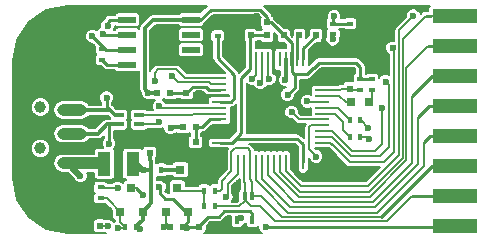
<source format=gbr>
G04 #@! TF.FileFunction,Copper,L1,Top,Signal*
%FSLAX46Y46*%
G04 Gerber Fmt 4.6, Leading zero omitted, Abs format (unit mm)*
G04 Created by KiCad (PCBNEW 4.0.1-stable) date 25/01/2016 21:34:26*
%MOMM*%
G01*
G04 APERTURE LIST*
%ADD10C,0.150000*%
%ADD11O,2.490000X0.990000*%
%ADD12O,3.980000X1.600000*%
%ADD13C,1.000000*%
%ADD14R,0.600000X0.500000*%
%ADD15R,0.500000X0.600000*%
%ADD16R,0.797560X0.797560*%
%ADD17R,0.800100X0.800100*%
%ADD18R,0.400000X0.600000*%
%ADD19R,0.600000X0.400000*%
%ADD20R,1.140460X2.029460*%
%ADD21R,1.550000X0.600000*%
%ADD22R,0.406400X0.660400*%
%ADD23R,0.900000X0.400000*%
%ADD24R,3.810000X1.270000*%
%ADD25R,1.300000X0.250000*%
%ADD26R,0.250000X1.300000*%
%ADD27C,0.600000*%
%ADD28C,0.300000*%
%ADD29C,0.200000*%
%ADD30C,0.375000*%
%ADD31C,0.250000*%
%ADD32C,1.000000*%
%ADD33C,0.500000*%
G04 APERTURE END LIST*
D10*
D11*
X153924000Y-98694200D03*
X153924000Y-96194100D03*
X153924000Y-94194100D03*
X153924000Y-91694000D03*
D12*
X151224000Y-101194000D03*
X151224000Y-89194000D03*
D13*
X151224000Y-93944000D03*
X151224000Y-97440000D03*
D14*
X160486000Y-97790000D03*
X161586000Y-97790000D03*
D15*
X173164500Y-87862500D03*
X173164500Y-86762500D03*
X174561500Y-87862500D03*
X174561500Y-86762500D03*
D14*
X163597500Y-92773500D03*
X164697500Y-92773500D03*
X164380000Y-96901000D03*
X163280000Y-96901000D03*
D15*
X177419000Y-92371000D03*
X177419000Y-91271000D03*
X169037000Y-87862500D03*
X169037000Y-86762500D03*
D14*
X164677000Y-104076500D03*
X165777000Y-104076500D03*
D15*
X156273500Y-103991500D03*
X156273500Y-102891500D03*
D16*
X163080700Y-99250500D03*
X164579300Y-99250500D03*
X179057300Y-93535500D03*
X177558700Y-93535500D03*
D17*
X157990500Y-102791260D03*
X159890500Y-102791260D03*
X158940500Y-100792280D03*
X161864000Y-102791260D03*
X163764000Y-102791260D03*
X162814000Y-100792280D03*
D18*
X160586000Y-99250500D03*
X161486000Y-99250500D03*
D19*
X178333400Y-91574200D03*
X178333400Y-92474200D03*
X166243000Y-87889500D03*
X166243000Y-86989500D03*
X156464000Y-89021500D03*
X156464000Y-89921500D03*
D18*
X178313500Y-95059500D03*
X177413500Y-95059500D03*
X158427000Y-104076500D03*
X159327000Y-104076500D03*
D19*
X156337000Y-101643600D03*
X156337000Y-100743600D03*
X176022000Y-87762500D03*
X176022000Y-86862500D03*
X177419000Y-86862500D03*
X177419000Y-87762500D03*
X179298600Y-91574200D03*
X179298600Y-92474200D03*
D18*
X178313500Y-96456500D03*
X177413500Y-96456500D03*
X165107200Y-101015800D03*
X166007200Y-101015800D03*
D14*
X163300500Y-104076500D03*
X162200500Y-104076500D03*
D15*
X171831000Y-86762500D03*
X171831000Y-87862500D03*
D18*
X165107200Y-102336600D03*
X166007200Y-102336600D03*
D20*
X156657040Y-98742500D03*
X159064960Y-98742500D03*
D21*
X158590000Y-86550500D03*
X158590000Y-87820500D03*
X158590000Y-89090500D03*
X158590000Y-90360500D03*
X163990000Y-90360500D03*
X163990000Y-89090500D03*
X163990000Y-87820500D03*
X163990000Y-86550500D03*
D22*
X169189400Y-101473000D03*
X167868600Y-101473000D03*
X168529000Y-101473000D03*
X167868600Y-103505000D03*
X169189400Y-103505000D03*
D23*
X157900000Y-94596000D03*
X159600000Y-94596000D03*
X159600000Y-95396000D03*
X157900000Y-95396000D03*
D14*
X161121000Y-92773500D03*
X162221000Y-92773500D03*
X163280000Y-95631000D03*
X164380000Y-95631000D03*
D15*
X170434000Y-86762500D03*
X170434000Y-87862500D03*
D24*
X186309000Y-86258400D03*
X186309000Y-88798400D03*
X186309000Y-91338400D03*
X186309000Y-93878400D03*
X186309000Y-96418400D03*
X186309000Y-98958400D03*
X186309000Y-101498400D03*
X186309000Y-104038400D03*
D25*
X166388800Y-91484000D03*
X166388800Y-91984000D03*
X166388800Y-92484000D03*
X166388800Y-92984000D03*
X166388800Y-93484000D03*
X166388800Y-93984000D03*
X166388800Y-94484000D03*
X166388800Y-94984000D03*
X166388800Y-95484000D03*
X166388800Y-95984000D03*
X166388800Y-96484000D03*
X166388800Y-96984000D03*
D26*
X167988800Y-98584000D03*
X168488800Y-98584000D03*
X168988800Y-98584000D03*
X169488800Y-98584000D03*
X169988800Y-98584000D03*
X170488800Y-98584000D03*
X170988800Y-98584000D03*
X171488800Y-98584000D03*
X171988800Y-98584000D03*
X172488800Y-98584000D03*
X172988800Y-98584000D03*
X173488800Y-98584000D03*
D25*
X175088800Y-96984000D03*
X175088800Y-96484000D03*
X175088800Y-95984000D03*
X175088800Y-95484000D03*
X175088800Y-94984000D03*
X175088800Y-94484000D03*
X175088800Y-93984000D03*
X175088800Y-93484000D03*
X175088800Y-92984000D03*
X175088800Y-92484000D03*
X175088800Y-91984000D03*
X175088800Y-91484000D03*
D26*
X173488800Y-89884000D03*
X172988800Y-89884000D03*
X172488800Y-89884000D03*
X171988800Y-89884000D03*
X171488800Y-89884000D03*
X170988800Y-89884000D03*
X170488800Y-89884000D03*
X169988800Y-89884000D03*
X169488800Y-89884000D03*
X168988800Y-89884000D03*
X168488800Y-89884000D03*
X167988800Y-89884000D03*
D27*
X156921200Y-104013000D03*
X159994600Y-99237800D03*
X159689800Y-104216200D03*
X171983400Y-91643200D03*
X165354000Y-96215200D03*
X167792400Y-89027000D03*
X166420800Y-104140000D03*
X166039800Y-99822000D03*
X173405800Y-99885500D03*
X167678100Y-100761800D03*
X155168600Y-103339900D03*
X158051500Y-97155000D03*
X163004500Y-97663000D03*
X164630100Y-93294200D03*
X176377600Y-91706700D03*
X177406300Y-88328500D03*
X174891700Y-87007700D03*
X172135800Y-87020400D03*
X169532300Y-86258400D03*
X167284400Y-87553800D03*
X165582600Y-88798400D03*
X172707300Y-97243900D03*
X154622500Y-99758500D03*
X161290000Y-93853000D03*
X161290000Y-95186500D03*
X156845000Y-93154500D03*
X157035500Y-97028000D03*
X170611800Y-91541600D03*
X155625800Y-87934800D03*
X161302700Y-100698300D03*
X172161200Y-92887800D03*
X163677600Y-104165400D03*
X162255200Y-95681800D03*
X160375600Y-92735400D03*
X169849800Y-91871800D03*
X156540200Y-87731600D03*
X169164000Y-91516200D03*
X156921200Y-87045800D03*
X175996600Y-88188800D03*
X159943800Y-101396800D03*
X160909000Y-91719400D03*
X162369500Y-91313000D03*
X166966900Y-101549200D03*
X170307000Y-104089200D03*
X173812200Y-93446600D03*
X180136800Y-94030800D03*
X180467000Y-91770200D03*
X181051200Y-88925400D03*
X182803800Y-86207600D03*
X176098200Y-86233000D03*
X168224200Y-103327200D03*
X174574200Y-98120200D03*
X172516800Y-94361000D03*
X157784800Y-104190800D03*
X179095400Y-96672400D03*
X161671000Y-104089200D03*
X178993800Y-95707200D03*
X157784800Y-100787200D03*
D10*
X156921200Y-104013000D02*
X156899700Y-103991500D01*
X156273500Y-103991500D02*
X156899700Y-103991500D01*
D28*
X159499300Y-98742500D02*
X159994600Y-99237800D01*
D29*
X159689800Y-104216200D02*
X159327000Y-104234400D01*
X159327000Y-104234400D02*
X159327000Y-104076500D01*
D28*
X159499300Y-98742500D02*
X159064960Y-98742500D01*
D30*
X160586000Y-99250500D02*
X160586000Y-102095760D01*
X160586000Y-102095760D02*
X159890500Y-102791260D01*
D31*
X159327000Y-104076500D02*
X159327000Y-104020200D01*
D28*
X159327000Y-104020200D02*
X159890500Y-103456700D01*
X159890500Y-103456700D02*
X159890500Y-102791260D01*
X171983400Y-91643200D02*
X172001500Y-91625100D01*
X160486000Y-97790000D02*
X160486000Y-98383000D01*
X160586000Y-98483000D02*
X160586000Y-99250500D01*
X160486000Y-98383000D02*
X160586000Y-98483000D01*
D30*
X160586000Y-99250500D02*
X159572960Y-99250500D01*
X159572960Y-99250500D02*
X159064960Y-98742500D01*
D28*
X172001500Y-91625100D02*
X172001500Y-89884000D01*
D31*
X168001500Y-89884000D02*
X168001500Y-89236100D01*
X168001500Y-89236100D02*
X167792400Y-89027000D01*
D29*
X166401500Y-95484000D02*
X166085200Y-95484000D01*
X166085200Y-95484000D02*
X165354000Y-96215200D01*
D30*
X166401500Y-95984000D02*
X165585200Y-95984000D01*
X165585200Y-95984000D02*
X165354000Y-96215200D01*
D31*
X166401500Y-95984000D02*
X166401500Y-96484000D01*
X166401500Y-95484000D02*
X166401500Y-95984000D01*
X168501500Y-89884000D02*
X168501500Y-89202700D01*
X168325800Y-89027000D02*
X167792400Y-89027000D01*
X168501500Y-89202700D02*
X168325800Y-89027000D01*
X166243000Y-103962200D02*
X166420800Y-104140000D01*
X165777000Y-104076500D02*
X166243000Y-103962200D01*
D29*
X172501500Y-98584000D02*
X172501500Y-99222500D01*
X172501500Y-99222500D02*
X173164500Y-99885500D01*
X173164500Y-99885500D02*
X173405800Y-99885500D01*
D31*
X164579300Y-99250500D02*
X165468300Y-99250500D01*
X165468300Y-99250500D02*
X166039800Y-99822000D01*
X173001500Y-99481200D02*
X173405800Y-99885500D01*
X173001500Y-98584000D02*
X172501500Y-98584000D01*
X167868600Y-101473000D02*
X167868600Y-100952300D01*
X167868600Y-100952300D02*
X167678100Y-100761800D01*
X155617000Y-102891500D02*
X155168600Y-103339900D01*
X155617000Y-102891500D02*
X156273500Y-102891500D01*
X163280000Y-96901000D02*
X163280000Y-97387500D01*
X163280000Y-97387500D02*
X163004500Y-97663000D01*
X164697500Y-92773500D02*
X164697500Y-93226800D01*
X164697500Y-93226800D02*
X164630100Y-93294200D01*
X175101500Y-91984000D02*
X176100300Y-91984000D01*
X176100300Y-91984000D02*
X176377600Y-91706700D01*
D30*
X177419000Y-87762500D02*
X177419000Y-88315800D01*
X177419000Y-88315800D02*
X177406300Y-88328500D01*
X173164500Y-86762500D02*
X174561500Y-86762500D01*
X174561500Y-86762500D02*
X174806700Y-87007700D01*
X174806700Y-87007700D02*
X174891700Y-87007700D01*
X172135800Y-87020400D02*
X171954100Y-86762500D01*
X171954100Y-86762500D02*
X171831000Y-86762500D01*
X169037000Y-86762500D02*
X169037000Y-86753700D01*
X169037000Y-86753700D02*
X169532300Y-86258400D01*
X166243000Y-86989500D02*
X166720100Y-86989500D01*
X166720100Y-86989500D02*
X167284400Y-87553800D01*
D29*
X175101500Y-91484000D02*
X175101500Y-91984000D01*
X177419000Y-91271000D02*
X176775200Y-91271000D01*
D31*
X176562200Y-91484000D02*
X175101500Y-91484000D01*
D29*
X176775200Y-91271000D02*
X176562200Y-91484000D01*
D32*
X153924000Y-91694000D02*
X153111200Y-91694000D01*
X153111200Y-91694000D02*
X151224000Y-89806800D01*
X151224000Y-89806800D02*
X151224000Y-89194000D01*
D30*
X156273500Y-102891500D02*
X154885300Y-102891500D01*
X154885300Y-102891500D02*
X153187800Y-101194000D01*
X153187800Y-101194000D02*
X151224000Y-101194000D01*
D31*
X163280000Y-96901000D02*
X163280000Y-97163800D01*
X164579300Y-98463100D02*
X164579300Y-99250500D01*
X163280000Y-97163800D02*
X164579300Y-98463100D01*
X163280000Y-96901000D02*
X162179000Y-96901000D01*
X161586000Y-97494000D02*
X161586000Y-97790000D01*
X162179000Y-96901000D02*
X161586000Y-97494000D01*
D10*
X166401500Y-92984000D02*
X164908000Y-92984000D01*
X164908000Y-92984000D02*
X164697500Y-92773500D01*
D31*
X173001500Y-97538100D02*
X173001500Y-98584000D01*
X172707300Y-97243900D02*
X173001500Y-97538100D01*
X173001500Y-98584000D02*
X173001500Y-99481200D01*
X167309800Y-96984000D02*
X167430000Y-96984000D01*
X173501500Y-97098300D02*
X173387200Y-96984000D01*
X173387200Y-96984000D02*
X172935900Y-96608900D01*
X173501500Y-97098300D02*
X173501500Y-98584000D01*
X167805100Y-96608900D02*
X172935900Y-96608900D01*
X167430000Y-96984000D02*
X167805100Y-96608900D01*
X166401500Y-96984000D02*
X167309800Y-96984000D01*
X167309800Y-96984000D02*
X167430000Y-96984000D01*
X168249600Y-96164400D02*
X167430000Y-96984000D01*
X168249600Y-91490800D02*
X168249600Y-96164400D01*
D10*
X169001500Y-87898000D02*
X169037000Y-87862500D01*
D31*
X169037000Y-87862500D02*
X170434000Y-87862500D01*
X169001500Y-89884000D02*
X169001500Y-90738900D01*
X169001500Y-90738900D02*
X168249600Y-91490800D01*
X169001500Y-89884000D02*
X169001500Y-87898000D01*
D33*
X153924000Y-98694200D02*
X153924000Y-99060000D01*
X153924000Y-99060000D02*
X154622500Y-99758500D01*
D32*
X153924000Y-98694200D02*
X156608740Y-98694200D01*
X156608740Y-98694200D02*
X156657040Y-98742500D01*
D29*
X159600000Y-94596000D02*
X164103000Y-94596000D01*
X164215000Y-94484000D02*
X166401500Y-94484000D01*
X164103000Y-94596000D02*
X164215000Y-94484000D01*
X166388800Y-93984000D02*
X161421000Y-93984000D01*
X161421000Y-93984000D02*
X161290000Y-93853000D01*
X159600000Y-95396000D02*
X161080500Y-95396000D01*
X161290000Y-93853000D02*
X161442400Y-94005400D01*
X161080500Y-95396000D02*
X161290000Y-95186500D01*
D10*
X157900000Y-94596000D02*
X157524500Y-94596000D01*
D31*
X157524500Y-94596000D02*
X156845000Y-93916500D01*
X156845000Y-93916500D02*
X156845000Y-93154500D01*
D28*
X153924000Y-94194100D02*
X155598600Y-94194100D01*
X157537200Y-94596000D02*
X157900000Y-94596000D01*
X157137100Y-94195900D02*
X157537200Y-94596000D01*
X155600400Y-94195900D02*
X157137100Y-94195900D01*
X155598600Y-94194100D02*
X155600400Y-94195900D01*
D10*
X157900000Y-95396000D02*
X157016500Y-95396000D01*
D31*
X157035500Y-95377000D02*
X157035500Y-97028000D01*
X157016500Y-95396000D02*
X157035500Y-95377000D01*
D28*
X153924000Y-96194100D02*
X156091400Y-96194100D01*
X156889500Y-95396000D02*
X157900000Y-95396000D01*
X156091400Y-96194100D02*
X156889500Y-95396000D01*
D10*
X170501500Y-91431300D02*
X170611800Y-91541600D01*
X170501500Y-91431300D02*
X170501500Y-89884000D01*
D31*
X158590000Y-89090500D02*
X156781500Y-89090500D01*
X156781500Y-89090500D02*
X155625800Y-87934800D01*
D10*
X158590000Y-89090500D02*
X157645100Y-89090500D01*
X158590000Y-89090500D02*
X156533000Y-89090500D01*
X156533000Y-89090500D02*
X156464000Y-89021500D01*
D31*
X158590000Y-90360500D02*
X156903000Y-90360500D01*
X156903000Y-90360500D02*
X156464000Y-89921500D01*
X166243000Y-87889500D02*
X166243000Y-89789000D01*
X167374000Y-93484000D02*
X166401500Y-93484000D01*
X167665400Y-93192600D02*
X167374000Y-93484000D01*
X167665400Y-91211400D02*
X167665400Y-93192600D01*
X166243000Y-89789000D02*
X167665400Y-91211400D01*
D29*
X178333400Y-92474200D02*
X177522200Y-92474200D01*
X177522200Y-92474200D02*
X177419000Y-92371000D01*
X177419000Y-92371000D02*
X176742000Y-92371000D01*
X176742000Y-92371000D02*
X176629000Y-92484000D01*
X176629000Y-92484000D02*
X175101500Y-92484000D01*
D31*
X163990000Y-86550500D02*
X164782500Y-86550500D01*
X170434000Y-86283800D02*
X170434000Y-86762500D01*
X169824400Y-85674200D02*
X170434000Y-86283800D01*
X165658800Y-85674200D02*
X169824400Y-85674200D01*
X164782500Y-86550500D02*
X165658800Y-85674200D01*
X168910000Y-102730300D02*
X168973500Y-102730300D01*
X169189400Y-102946200D02*
X169189400Y-103505000D01*
X168973500Y-102730300D02*
X169189400Y-102946200D01*
X163764000Y-103606600D02*
X163764000Y-103613000D01*
X163764000Y-103613000D02*
X163300500Y-104076500D01*
X164677000Y-104076500D02*
X163766500Y-104076500D01*
X163766500Y-104076500D02*
X163677600Y-104165400D01*
X164677000Y-104076500D02*
X163300500Y-104076500D01*
D10*
X166243000Y-103225600D02*
X166319200Y-103225600D01*
D31*
X165430200Y-103225600D02*
X166243000Y-103225600D01*
X167132000Y-102730300D02*
X168910000Y-102730300D01*
X168910000Y-102730300D02*
X168917912Y-102730300D01*
X165430200Y-103225600D02*
X164677000Y-103978800D01*
X166814500Y-102730300D02*
X167132000Y-102730300D01*
X166319200Y-103225600D02*
X166814500Y-102730300D01*
X161328100Y-101206300D02*
X161328100Y-100723700D01*
X162433000Y-101688900D02*
X161810700Y-101688900D01*
X161810700Y-101688900D02*
X161328100Y-101206300D01*
X163535360Y-102791260D02*
X162433000Y-101688900D01*
D29*
X161328100Y-100723700D02*
X161302700Y-100698300D01*
D31*
X172796200Y-92252800D02*
X172796200Y-91236800D01*
X172161200Y-92887800D02*
X172796200Y-92252800D01*
D29*
X163764000Y-102791260D02*
X163535360Y-102791260D01*
D31*
X178333400Y-90551000D02*
X178333400Y-91574200D01*
X177952400Y-90170000D02*
X178333400Y-90551000D01*
X174828200Y-90170000D02*
X177952400Y-90170000D01*
X179298600Y-91574200D02*
X178333400Y-91574200D01*
D30*
X163554500Y-104042300D02*
X163677600Y-104165400D01*
D28*
X163990000Y-86550500D02*
X160794700Y-86550500D01*
X160070800Y-92430600D02*
X160375600Y-92735400D01*
X160070800Y-90703400D02*
X160070800Y-92430600D01*
X160070800Y-90703400D02*
X160070800Y-90703400D01*
X160070800Y-87274400D02*
X160070800Y-90703400D01*
X160794700Y-86550500D02*
X160070800Y-87274400D01*
X163280000Y-95631000D02*
X162306000Y-95631000D01*
X162306000Y-95631000D02*
X162255200Y-95681800D01*
X160413700Y-92773500D02*
X161121000Y-92773500D01*
X160375600Y-92735400D02*
X160413700Y-92773500D01*
D10*
X164677000Y-104076500D02*
X164677000Y-103978800D01*
D31*
X163764000Y-103606600D02*
X163764000Y-102791260D01*
X170434000Y-86762500D02*
X170731000Y-86762500D01*
X170731000Y-86762500D02*
X171831000Y-87862500D01*
X172501500Y-88533000D02*
X171831000Y-87862500D01*
D29*
X174345600Y-90627200D02*
X174371000Y-90627200D01*
D31*
X172501500Y-90942100D02*
X172720000Y-91160600D01*
X172720000Y-91160600D02*
X173812200Y-91160600D01*
X173812200Y-91160600D02*
X174345600Y-90627200D01*
X174371000Y-90627200D02*
X174828200Y-90170000D01*
X172501500Y-89884000D02*
X172501500Y-90942100D01*
X172501500Y-89884000D02*
X172501500Y-88533000D01*
D10*
X170001500Y-89884000D02*
X170001500Y-91720100D01*
X170001500Y-91720100D02*
X169849800Y-91871800D01*
D31*
X158590000Y-87820500D02*
X156629100Y-87820500D01*
D10*
X156629100Y-87820500D02*
X156540200Y-87731600D01*
X156679900Y-87922100D02*
X156540200Y-87731600D01*
X158590000Y-87820500D02*
X158127700Y-87871300D01*
X169501500Y-91178700D02*
X169501500Y-89884000D01*
X169164000Y-91516200D02*
X169501500Y-91178700D01*
D31*
X157238700Y-86550500D02*
X157137100Y-86550500D01*
X158590000Y-86550500D02*
X157238700Y-86550500D01*
X156921200Y-86766400D02*
X156921200Y-87045800D01*
X157137100Y-86550500D02*
X156921200Y-86766400D01*
D10*
X157010100Y-87160100D02*
X157010100Y-87134700D01*
X157010100Y-87134700D02*
X156921200Y-87045800D01*
X157010100Y-87160100D02*
X156972000Y-87122000D01*
D31*
X176022000Y-88163400D02*
X176022000Y-87762500D01*
X175996600Y-88188800D02*
X176022000Y-88163400D01*
X159339280Y-100792280D02*
X159943800Y-101396800D01*
D10*
X158940500Y-100792280D02*
X159339280Y-100792280D01*
X161264600Y-90741500D02*
X161175700Y-90741500D01*
X160909000Y-91008200D02*
X160909000Y-91719400D01*
X161175700Y-90741500D02*
X160909000Y-91008200D01*
X166401500Y-91484000D02*
X163493000Y-91484000D01*
X162750500Y-90741500D02*
X161264600Y-90741500D01*
X161264600Y-90741500D02*
X161226500Y-90741500D01*
X163493000Y-91484000D02*
X162750500Y-90741500D01*
X165512500Y-91806200D02*
X165512500Y-91827100D01*
X162862700Y-91806200D02*
X162369500Y-91313000D01*
X165512500Y-91806200D02*
X162862700Y-91806200D01*
X165669400Y-91984000D02*
X166401500Y-91984000D01*
X165512500Y-91827100D02*
X165669400Y-91984000D01*
D31*
X163597500Y-92773500D02*
X162221000Y-92773500D01*
X166401500Y-92484000D02*
X165509000Y-92484000D01*
X164169000Y-92202000D02*
X163597500Y-92773500D01*
X165227000Y-92202000D02*
X164169000Y-92202000D01*
X165509000Y-92484000D02*
X165227000Y-92202000D01*
X166401500Y-94984000D02*
X165594600Y-94984000D01*
X164947600Y-95631000D02*
X164380000Y-95631000D01*
X165594600Y-94984000D02*
X164947600Y-95631000D01*
X164380000Y-95631000D02*
X164380000Y-96901000D01*
D30*
X161486000Y-99250500D02*
X163080700Y-99250500D01*
D10*
X177558700Y-93535500D02*
X177076100Y-93535500D01*
X176524600Y-92984000D02*
X175101500Y-92984000D01*
X177076100Y-93535500D02*
X176524600Y-92984000D01*
X178875765Y-101117400D02*
X179044600Y-101117400D01*
X173228000Y-101117400D02*
X178875765Y-101117400D01*
X179044600Y-101117400D02*
X181914800Y-98247200D01*
X181914800Y-88874600D02*
X181914800Y-88163400D01*
X184327800Y-86233000D02*
X186309000Y-86233000D01*
D31*
X183845200Y-86233000D02*
X184327800Y-86233000D01*
D10*
X181914800Y-88163400D02*
X183845200Y-86233000D01*
X181914800Y-98247200D02*
X181914800Y-88874600D01*
X181914800Y-88874600D02*
X181914800Y-88849200D01*
X172313600Y-100203000D02*
X173228000Y-101117400D01*
X171501500Y-98584000D02*
X171501500Y-99390900D01*
X172313600Y-100203000D02*
X172313600Y-100203000D01*
X171501500Y-99390900D02*
X172313600Y-100203000D01*
X171001500Y-98584000D02*
X171001500Y-99424300D01*
X171001500Y-99424300D02*
X171780200Y-100203000D01*
D31*
X184073800Y-88773000D02*
X186309000Y-88773000D01*
D10*
X182219600Y-90627200D02*
X184073800Y-88773000D01*
X182219600Y-98450400D02*
X182219600Y-90627200D01*
X179146200Y-101523800D02*
X182219600Y-98450400D01*
X173101000Y-101523800D02*
X179146200Y-101523800D01*
X171780200Y-100203000D02*
X173101000Y-101523800D01*
X171780200Y-100203000D02*
X171780200Y-100203000D01*
X170501500Y-98584000D02*
X170501500Y-99711700D01*
X170501500Y-99711700D02*
X171323000Y-100533200D01*
D31*
X182727600Y-93014800D02*
X184429400Y-91313000D01*
D10*
X182727600Y-98653600D02*
X182727600Y-93014800D01*
X179425600Y-101955600D02*
X182727600Y-98653600D01*
X172745400Y-101955600D02*
X179425600Y-101955600D01*
X171323000Y-100533200D02*
X172745400Y-101955600D01*
X171323000Y-100533200D02*
X171323000Y-100533200D01*
X184429400Y-91313000D02*
X186309000Y-91313000D01*
X170484800Y-100507800D02*
X170484800Y-100507800D01*
X170001500Y-100024500D02*
X170484800Y-100507800D01*
X170001500Y-98584000D02*
X170001500Y-100024500D01*
X170484800Y-100507800D02*
X172364400Y-102387400D01*
D31*
X184175400Y-93853000D02*
X186309000Y-93853000D01*
X183235600Y-94792800D02*
X184175400Y-93853000D01*
D10*
X183235600Y-98729800D02*
X183235600Y-94792800D01*
X179578000Y-102387400D02*
X183235600Y-98729800D01*
X172364400Y-102387400D02*
X179578000Y-102387400D01*
X169506900Y-100139500D02*
X169506900Y-98589400D01*
X169506900Y-98589400D02*
X169501500Y-98584000D01*
X170078400Y-100711000D02*
X169506900Y-100139500D01*
X170078400Y-100716644D02*
X170078400Y-100711000D01*
X179755800Y-102870000D02*
X183692800Y-98933000D01*
X172237400Y-102870000D02*
X179755800Y-102870000D01*
X170078400Y-100711000D02*
X172237400Y-102870000D01*
X183692800Y-98933000D02*
X183692800Y-96901000D01*
D31*
X183692800Y-96901000D02*
X184200800Y-96393000D01*
X186309000Y-96393000D02*
X184200800Y-96393000D01*
D10*
X169001500Y-98584000D02*
X169001500Y-97665600D01*
X169001500Y-97665600D02*
X168770300Y-97434400D01*
X169001500Y-98584000D02*
X169001500Y-100065900D01*
X169001500Y-100065900D02*
X169189400Y-100253800D01*
X179933600Y-103251000D02*
X180111400Y-103251000D01*
X171831000Y-103251000D02*
X179933600Y-103251000D01*
D31*
X180111400Y-103251000D02*
X184429400Y-98933000D01*
D10*
X184429400Y-98933000D02*
X186309000Y-98933000D01*
X171831000Y-103251000D02*
X171729400Y-103251000D01*
X169951400Y-101473000D02*
X169189400Y-101473000D01*
X171729400Y-103251000D02*
X169951400Y-101473000D01*
X171805600Y-103251000D02*
X171831000Y-103251000D01*
X166446200Y-101015800D02*
X166007200Y-101015800D01*
X166624000Y-100838000D02*
X166446200Y-101015800D01*
X166624000Y-100152200D02*
X166624000Y-100838000D01*
X167398700Y-99377500D02*
X166624000Y-100152200D01*
X167398700Y-97751900D02*
X167398700Y-99377500D01*
X167716200Y-97434400D02*
X167398700Y-97751900D01*
X168770300Y-97434400D02*
X167716200Y-97434400D01*
X184658000Y-98933000D02*
X186309000Y-98933000D01*
X169189400Y-101473000D02*
X169189400Y-101396800D01*
X169189400Y-100253800D02*
X169189400Y-101473000D01*
X168501500Y-98584000D02*
X168501500Y-100277100D01*
X169799000Y-102311200D02*
X171094400Y-103606600D01*
X168540793Y-101814997D02*
X168540793Y-101814993D01*
X169037000Y-102311200D02*
X168540793Y-101814993D01*
X169799000Y-102311200D02*
X169037000Y-102311200D01*
X180543200Y-103606600D02*
X180568600Y-103581200D01*
X171094400Y-103606600D02*
X180543200Y-103606600D01*
D31*
X182676800Y-101473000D02*
X186309000Y-101473000D01*
D10*
X180568600Y-103581200D02*
X182676800Y-101473000D01*
X168529000Y-101473000D02*
X168540793Y-101814997D01*
X168540793Y-101814997D02*
X168541700Y-101841300D01*
X168529000Y-101473000D02*
X168541700Y-101892100D01*
X168541700Y-101892100D02*
X168071800Y-102336600D01*
X168071800Y-102336600D02*
X166007200Y-102336600D01*
X168567100Y-100342700D02*
X168567100Y-101434900D01*
X168567100Y-101434900D02*
X168529000Y-101473000D01*
X168501500Y-100277100D02*
X168567100Y-100342700D01*
X168001500Y-98584000D02*
X168001500Y-99562100D01*
X168001500Y-99562100D02*
X167538400Y-100025200D01*
X167081200Y-100482400D02*
X167081200Y-101434900D01*
X167081200Y-101434900D02*
X166966900Y-101549200D01*
X167538400Y-100025200D02*
X167081200Y-100482400D01*
X167538400Y-100025200D02*
X167538400Y-100025200D01*
X167132000Y-100431600D02*
X167081200Y-100482400D01*
D31*
X170307000Y-104089200D02*
X186232800Y-104089200D01*
D10*
X186232800Y-104089200D02*
X186309000Y-104013000D01*
X170307000Y-104089200D02*
X170408600Y-104190800D01*
X173849600Y-93484000D02*
X175101500Y-93484000D01*
X173812200Y-93446600D02*
X173849600Y-93484000D01*
X180136800Y-96139000D02*
X180136800Y-97053400D01*
X180136800Y-96139000D02*
X180136800Y-94030800D01*
X179527200Y-97663000D02*
X179120800Y-97663000D01*
X180136800Y-97053400D02*
X179527200Y-97663000D01*
X175943200Y-95984000D02*
X176352200Y-96393000D01*
X176352200Y-96393000D02*
X176352200Y-96393000D01*
X176352200Y-96393000D02*
X177622200Y-97663000D01*
X177622200Y-97663000D02*
X179120800Y-97663000D01*
X179120800Y-97663000D02*
X179425600Y-97663000D01*
X175101500Y-95984000D02*
X175943200Y-95984000D01*
X179628800Y-98069400D02*
X179959000Y-98069400D01*
X175101500Y-96484000D02*
X175935200Y-96484000D01*
X177520600Y-98069400D02*
X179628800Y-98069400D01*
X175935200Y-96484000D02*
X177520600Y-98069400D01*
X180721000Y-92024200D02*
X180467000Y-91770200D01*
X180721000Y-97307400D02*
X180721000Y-92024200D01*
X179959000Y-98069400D02*
X180721000Y-97307400D01*
X180695600Y-91821000D02*
X180644800Y-91770200D01*
X180644800Y-91770200D02*
X180467000Y-91770200D01*
X181152800Y-97739200D02*
X181152800Y-88828598D01*
X177419000Y-98602800D02*
X175895000Y-97078800D01*
X175895000Y-97078800D02*
X175895000Y-97104200D01*
X175895000Y-97104200D02*
X175774800Y-96984000D01*
X175101500Y-96984000D02*
X175774800Y-96984000D01*
X180289200Y-98602800D02*
X180035200Y-98602800D01*
X181152800Y-97739200D02*
X180289200Y-98602800D01*
X180035200Y-98602800D02*
X177419000Y-98602800D01*
X181152800Y-88828598D02*
X181309998Y-88671400D01*
X175101500Y-96984000D02*
X175597000Y-96984000D01*
X172720000Y-100050600D02*
X173278800Y-100609400D01*
X172001500Y-99332100D02*
X172720000Y-100050600D01*
X172720000Y-100050600D02*
X172720000Y-100050600D01*
X172001500Y-98584000D02*
X172001500Y-99332100D01*
X178861357Y-100609400D02*
X178976586Y-100609400D01*
X173278800Y-100609400D02*
X178861357Y-100609400D01*
X178976586Y-100609400D02*
X181610000Y-97975986D01*
X181610000Y-87655400D02*
X181610000Y-87401400D01*
X181610000Y-87401400D02*
X182803800Y-86207600D01*
X181610000Y-97975986D02*
X181610000Y-87655400D01*
X181610000Y-87655400D02*
X181610000Y-87630000D01*
X177413500Y-95059500D02*
X177413500Y-94990500D01*
X177413500Y-94990500D02*
X176407000Y-93984000D01*
X176407000Y-93984000D02*
X175101500Y-93984000D01*
D31*
X177419000Y-86862500D02*
X176022000Y-86862500D01*
X176022000Y-86309200D02*
X176022000Y-86862500D01*
D10*
X176098200Y-86233000D02*
X176022000Y-86309200D01*
X175101500Y-94484000D02*
X176145000Y-94484000D01*
X176860200Y-95903200D02*
X177413500Y-96456500D01*
X176860200Y-95199200D02*
X176860200Y-95903200D01*
X176145000Y-94484000D02*
X176860200Y-95199200D01*
X173990000Y-95834200D02*
X173990000Y-97510600D01*
X173990000Y-95631000D02*
X173990000Y-95834200D01*
X175101500Y-95484000D02*
X174137000Y-95484000D01*
X174137000Y-95484000D02*
X173990000Y-95631000D01*
X173990000Y-97510600D02*
X174040800Y-97561400D01*
X168224200Y-103327200D02*
X168046400Y-103505000D01*
X174574200Y-98094800D02*
X174574200Y-98120200D01*
X174040800Y-97561400D02*
X174574200Y-98094800D01*
X168046400Y-103505000D02*
X167868600Y-103505000D01*
X175101500Y-94984000D02*
X173139800Y-94984000D01*
X173139800Y-94984000D02*
X172516800Y-94361000D01*
X172708000Y-94552200D02*
X172516800Y-94361000D01*
X165107200Y-101015800D02*
X165107200Y-102336600D01*
X165107200Y-101015800D02*
X163037520Y-101015800D01*
X163037520Y-101015800D02*
X162814000Y-100792280D01*
X162986720Y-100965000D02*
X162814000Y-100792280D01*
X157022800Y-101828600D02*
X157027840Y-101828600D01*
X157027840Y-101828600D02*
X157990500Y-102791260D01*
X157784800Y-104190800D02*
X158312700Y-104190800D01*
X158312700Y-104190800D02*
X158427000Y-104076500D01*
X156837800Y-101643600D02*
X156337000Y-101643600D01*
X157099000Y-101904800D02*
X157022800Y-101828600D01*
X157022800Y-101828600D02*
X156837800Y-101643600D01*
X157990500Y-102791260D02*
X157990500Y-103640000D01*
X157990500Y-103640000D02*
X158427000Y-104076500D01*
X178879500Y-96456500D02*
X179095400Y-96672400D01*
X178879500Y-96456500D02*
X178313500Y-96456500D01*
D30*
X161671000Y-104089200D02*
X161683700Y-104076500D01*
X161683700Y-104076500D02*
X162200500Y-104076500D01*
D10*
X161864000Y-102791260D02*
X161864000Y-103740000D01*
X161864000Y-103740000D02*
X162200500Y-104076500D01*
X178313500Y-95059500D02*
X178346100Y-95059500D01*
X178346100Y-95059500D02*
X178993800Y-95707200D01*
X156337000Y-100743600D02*
X156674400Y-100743600D01*
X156718000Y-100787200D02*
X157784800Y-100787200D01*
X156674400Y-100743600D02*
X156718000Y-100787200D01*
X173001500Y-88025500D02*
X173164500Y-87862500D01*
D31*
X173001500Y-89884000D02*
X173001500Y-88025500D01*
X173501500Y-89884000D02*
X173501500Y-88956700D01*
X173501500Y-88956700D02*
X174561500Y-87896700D01*
D10*
X174561500Y-87896700D02*
X174561500Y-87862500D01*
D29*
X179298600Y-92474200D02*
X179298600Y-93294200D01*
X179298600Y-93294200D02*
X179057300Y-93535500D01*
D10*
X179057300Y-93535500D02*
X178937500Y-93535500D01*
X178816000Y-93599000D02*
X178866800Y-93535500D01*
G36*
X164775371Y-85921233D02*
X164765000Y-85919133D01*
X163215000Y-85919133D01*
X163094562Y-85941795D01*
X162983947Y-86012974D01*
X162941225Y-86075500D01*
X160794700Y-86075500D01*
X160612925Y-86111657D01*
X160458824Y-86214624D01*
X159734924Y-86938524D01*
X159631957Y-87092625D01*
X159595800Y-87274400D01*
X159595800Y-87284851D01*
X159493920Y-87215240D01*
X159365000Y-87189133D01*
X157815000Y-87189133D01*
X157694562Y-87211795D01*
X157583947Y-87282974D01*
X157524143Y-87370500D01*
X157463112Y-87370500D01*
X157546091Y-87170666D01*
X157546211Y-87032969D01*
X157577474Y-87081553D01*
X157686080Y-87155760D01*
X157815000Y-87181867D01*
X159365000Y-87181867D01*
X159485438Y-87159205D01*
X159596053Y-87088026D01*
X159670260Y-86979420D01*
X159696367Y-86850500D01*
X159696367Y-86250500D01*
X159673705Y-86130062D01*
X159602526Y-86019447D01*
X159493920Y-85945240D01*
X159365000Y-85919133D01*
X157815000Y-85919133D01*
X157694562Y-85941795D01*
X157583947Y-86012974D01*
X157524143Y-86100500D01*
X157137100Y-86100500D01*
X156964892Y-86134754D01*
X156932699Y-86156265D01*
X156818902Y-86232302D01*
X156603002Y-86448202D01*
X156538531Y-86544690D01*
X156391660Y-86691304D01*
X156296309Y-86920934D01*
X156296104Y-87156208D01*
X156186629Y-87201442D01*
X156010660Y-87377104D01*
X155993483Y-87418470D01*
X155980296Y-87405260D01*
X155750666Y-87309909D01*
X155502025Y-87309692D01*
X155272229Y-87404642D01*
X155096260Y-87580304D01*
X155000909Y-87809934D01*
X155000692Y-88058575D01*
X155095642Y-88288371D01*
X155271304Y-88464340D01*
X155500934Y-88559691D01*
X155614394Y-88559790D01*
X155839954Y-88785350D01*
X155832633Y-88821500D01*
X155832633Y-89221500D01*
X155855295Y-89341938D01*
X155926474Y-89452553D01*
X155953296Y-89470880D01*
X155932947Y-89483974D01*
X155858740Y-89592580D01*
X155832633Y-89721500D01*
X155832633Y-90121500D01*
X155855295Y-90241938D01*
X155926474Y-90352553D01*
X156035080Y-90426760D01*
X156164000Y-90452867D01*
X156358971Y-90452867D01*
X156584802Y-90678698D01*
X156730792Y-90776246D01*
X156903000Y-90810500D01*
X157525318Y-90810500D01*
X157577474Y-90891553D01*
X157686080Y-90965760D01*
X157815000Y-90991867D01*
X159365000Y-90991867D01*
X159485438Y-90969205D01*
X159595800Y-90898189D01*
X159595800Y-92430600D01*
X159631957Y-92612375D01*
X159734924Y-92766476D01*
X159750559Y-92782111D01*
X159750492Y-92859175D01*
X159845442Y-93088971D01*
X160021104Y-93264940D01*
X160250734Y-93360291D01*
X160499375Y-93360508D01*
X160648416Y-93298926D01*
X160692080Y-93328760D01*
X160821000Y-93354867D01*
X160904348Y-93354867D01*
X160760460Y-93498504D01*
X160665109Y-93728134D01*
X160664892Y-93976775D01*
X160745144Y-94171000D01*
X160291421Y-94171000D01*
X160287526Y-94164947D01*
X160178920Y-94090740D01*
X160050000Y-94064633D01*
X159150000Y-94064633D01*
X159029562Y-94087295D01*
X158918947Y-94158474D01*
X158844740Y-94267080D01*
X158818633Y-94396000D01*
X158818633Y-94796000D01*
X158841295Y-94916438D01*
X158892887Y-94996614D01*
X158844740Y-95067080D01*
X158818633Y-95196000D01*
X158818633Y-95596000D01*
X158841295Y-95716438D01*
X158912474Y-95827053D01*
X159021080Y-95901260D01*
X159150000Y-95927367D01*
X160050000Y-95927367D01*
X160170438Y-95904705D01*
X160281053Y-95833526D01*
X160289612Y-95821000D01*
X161080500Y-95821000D01*
X161153369Y-95806506D01*
X161165134Y-95811391D01*
X161413775Y-95811608D01*
X161630165Y-95722197D01*
X161630092Y-95805575D01*
X161725042Y-96035371D01*
X161900704Y-96211340D01*
X162130334Y-96306691D01*
X162378975Y-96306908D01*
X162608771Y-96211958D01*
X162714914Y-96106000D01*
X162738579Y-96106000D01*
X162742474Y-96112053D01*
X162851080Y-96186260D01*
X162980000Y-96212367D01*
X163580000Y-96212367D01*
X163700438Y-96189705D01*
X163811053Y-96118526D01*
X163829380Y-96091704D01*
X163842474Y-96112053D01*
X163930000Y-96171857D01*
X163930000Y-96361318D01*
X163848947Y-96413474D01*
X163774740Y-96522080D01*
X163748633Y-96651000D01*
X163748633Y-97151000D01*
X163771295Y-97271438D01*
X163842474Y-97382053D01*
X163951080Y-97456260D01*
X164080000Y-97482367D01*
X164680000Y-97482367D01*
X164800438Y-97459705D01*
X164911053Y-97388526D01*
X164985260Y-97279920D01*
X165011367Y-97151000D01*
X165011367Y-96651000D01*
X164988705Y-96530562D01*
X164917526Y-96419947D01*
X164830000Y-96360143D01*
X164830000Y-96170682D01*
X164911053Y-96118526D01*
X164936693Y-96081000D01*
X164947600Y-96081000D01*
X165119808Y-96046746D01*
X165265798Y-95949198D01*
X165774629Y-95440367D01*
X167038800Y-95440367D01*
X167159238Y-95417705D01*
X167269853Y-95346526D01*
X167344060Y-95237920D01*
X167370167Y-95109000D01*
X167370167Y-94859000D01*
X167347505Y-94738562D01*
X167344786Y-94734336D01*
X167370167Y-94609000D01*
X167370167Y-94359000D01*
X167347505Y-94238562D01*
X167344786Y-94234336D01*
X167370167Y-94109000D01*
X167370167Y-93934000D01*
X167374000Y-93934000D01*
X167546208Y-93899746D01*
X167692198Y-93802198D01*
X167799600Y-93694796D01*
X167799600Y-95978004D01*
X167243604Y-96534000D01*
X167070241Y-96534000D01*
X167038800Y-96527633D01*
X165738800Y-96527633D01*
X165618362Y-96550295D01*
X165507747Y-96621474D01*
X165433540Y-96730080D01*
X165407433Y-96859000D01*
X165407433Y-97109000D01*
X165430095Y-97229438D01*
X165501274Y-97340053D01*
X165609880Y-97414260D01*
X165738800Y-97440367D01*
X167038800Y-97440367D01*
X167072638Y-97434000D01*
X167150914Y-97434000D01*
X167115857Y-97469057D01*
X167029148Y-97598826D01*
X167023883Y-97625295D01*
X166998700Y-97751900D01*
X166998700Y-99211814D01*
X166341157Y-99869357D01*
X166254448Y-99999126D01*
X166254448Y-99999127D01*
X166224000Y-100152200D01*
X166224000Y-100387835D01*
X166207200Y-100384433D01*
X165807200Y-100384433D01*
X165686762Y-100407095D01*
X165576147Y-100478274D01*
X165557820Y-100505096D01*
X165544726Y-100484747D01*
X165436120Y-100410540D01*
X165307200Y-100384433D01*
X164907200Y-100384433D01*
X164786762Y-100407095D01*
X164676147Y-100478274D01*
X164601940Y-100586880D01*
X164596084Y-100615800D01*
X163545417Y-100615800D01*
X163545417Y-100392230D01*
X163522755Y-100271792D01*
X163451576Y-100161177D01*
X163342970Y-100086970D01*
X163214050Y-100060863D01*
X162413950Y-100060863D01*
X162293512Y-100083525D01*
X162182897Y-100154704D01*
X162108690Y-100263310D01*
X162082583Y-100392230D01*
X162082583Y-101192330D01*
X162091346Y-101238900D01*
X161997096Y-101238900D01*
X161821607Y-101063411D01*
X161832240Y-101052796D01*
X161927591Y-100823166D01*
X161927808Y-100574525D01*
X161832858Y-100344729D01*
X161657196Y-100168760D01*
X161427566Y-100073409D01*
X161178925Y-100073192D01*
X161098500Y-100106423D01*
X161098500Y-99815734D01*
X161157080Y-99855760D01*
X161286000Y-99881867D01*
X161686000Y-99881867D01*
X161806438Y-99859205D01*
X161917053Y-99788026D01*
X161934152Y-99763000D01*
X162371951Y-99763000D01*
X162373215Y-99769718D01*
X162444394Y-99880333D01*
X162553000Y-99954540D01*
X162681920Y-99980647D01*
X163479480Y-99980647D01*
X163599918Y-99957985D01*
X163710533Y-99886806D01*
X163784740Y-99778200D01*
X163810847Y-99649280D01*
X163810847Y-98851720D01*
X163788185Y-98731282D01*
X163717006Y-98620667D01*
X163608400Y-98546460D01*
X163479480Y-98520353D01*
X162681920Y-98520353D01*
X162561482Y-98543015D01*
X162450867Y-98614194D01*
X162376660Y-98722800D01*
X162373582Y-98738000D01*
X161935465Y-98738000D01*
X161923526Y-98719447D01*
X161814920Y-98645240D01*
X161686000Y-98619133D01*
X161286000Y-98619133D01*
X161165562Y-98641795D01*
X161061000Y-98709079D01*
X161061000Y-98483000D01*
X161024843Y-98301225D01*
X161011427Y-98281146D01*
X161017053Y-98277526D01*
X161091260Y-98168920D01*
X161117367Y-98040000D01*
X161117367Y-97540000D01*
X161094705Y-97419562D01*
X161023526Y-97308947D01*
X160914920Y-97234740D01*
X160786000Y-97208633D01*
X160186000Y-97208633D01*
X160065562Y-97231295D01*
X159954947Y-97302474D01*
X159880740Y-97411080D01*
X159864531Y-97491124D01*
X159764110Y-97422510D01*
X159635190Y-97396403D01*
X158494730Y-97396403D01*
X158374292Y-97419065D01*
X158263677Y-97490244D01*
X158189470Y-97598850D01*
X158163363Y-97727770D01*
X158163363Y-99757230D01*
X158186025Y-99877668D01*
X158257204Y-99988283D01*
X158365810Y-100062490D01*
X158445760Y-100078680D01*
X158420012Y-100083525D01*
X158309397Y-100154704D01*
X158235190Y-100263310D01*
X158219969Y-100338474D01*
X158139296Y-100257660D01*
X157909666Y-100162309D01*
X157661025Y-100162092D01*
X157431229Y-100257042D01*
X157300844Y-100387200D01*
X156922564Y-100387200D01*
X156874526Y-100312547D01*
X156765920Y-100238340D01*
X156637000Y-100212233D01*
X156037000Y-100212233D01*
X155916562Y-100234895D01*
X155805947Y-100306074D01*
X155731740Y-100414680D01*
X155705633Y-100543600D01*
X155705633Y-100943600D01*
X155728295Y-101064038D01*
X155799474Y-101174653D01*
X155826296Y-101192980D01*
X155805947Y-101206074D01*
X155731740Y-101314680D01*
X155705633Y-101443600D01*
X155705633Y-101843600D01*
X155728295Y-101964038D01*
X155799474Y-102074653D01*
X155908080Y-102148860D01*
X156037000Y-102174967D01*
X156637000Y-102174967D01*
X156757438Y-102152305D01*
X156771664Y-102143150D01*
X156816157Y-102187643D01*
X156831346Y-102197792D01*
X157259083Y-102625529D01*
X157259083Y-103191310D01*
X157281745Y-103311748D01*
X157352924Y-103422363D01*
X157461530Y-103496570D01*
X157590450Y-103522677D01*
X157590500Y-103522677D01*
X157590500Y-103594832D01*
X157446337Y-103654399D01*
X157275696Y-103483460D01*
X157046066Y-103388109D01*
X156797425Y-103387892D01*
X156708571Y-103424606D01*
X156652420Y-103386240D01*
X156523500Y-103360133D01*
X156023500Y-103360133D01*
X155903062Y-103382795D01*
X155792447Y-103453974D01*
X155718240Y-103562580D01*
X155692133Y-103691500D01*
X155692133Y-104291500D01*
X155714795Y-104411938D01*
X155785974Y-104522553D01*
X155894580Y-104596760D01*
X156023500Y-104622867D01*
X156523500Y-104622867D01*
X156643938Y-104600205D01*
X156668113Y-104584649D01*
X156773959Y-104628600D01*
X153538032Y-104628600D01*
X151734002Y-104269756D01*
X150235925Y-103268773D01*
X149234944Y-101770698D01*
X148876100Y-99966668D01*
X148876100Y-97603383D01*
X150398857Y-97603383D01*
X150524191Y-97906715D01*
X150756065Y-98138993D01*
X151059177Y-98264857D01*
X151387383Y-98265143D01*
X151690715Y-98139809D01*
X151922993Y-97907935D01*
X152048857Y-97604823D01*
X152049143Y-97276617D01*
X151923809Y-96973285D01*
X151691935Y-96741007D01*
X151388823Y-96615143D01*
X151060617Y-96614857D01*
X150757285Y-96740191D01*
X150525007Y-96972065D01*
X150399143Y-97275177D01*
X150398857Y-97603383D01*
X148876100Y-97603383D01*
X148876100Y-94107383D01*
X150398857Y-94107383D01*
X150524191Y-94410715D01*
X150756065Y-94642993D01*
X151059177Y-94768857D01*
X151387383Y-94769143D01*
X151690715Y-94643809D01*
X151922993Y-94411935D01*
X152013446Y-94194100D01*
X152323242Y-94194100D01*
X152385661Y-94507900D01*
X152563414Y-94773928D01*
X152829442Y-94951681D01*
X153143242Y-95014100D01*
X154704758Y-95014100D01*
X155018558Y-94951681D01*
X155284586Y-94773928D01*
X155354629Y-94669100D01*
X155591346Y-94669100D01*
X155600400Y-94670901D01*
X155600405Y-94670900D01*
X156940348Y-94670900D01*
X157130960Y-94861512D01*
X157141295Y-94916438D01*
X157144231Y-94921000D01*
X156889505Y-94921000D01*
X156889500Y-94920999D01*
X156737884Y-94951158D01*
X156707725Y-94957157D01*
X156593431Y-95033526D01*
X156553624Y-95060124D01*
X155894648Y-95719100D01*
X155354629Y-95719100D01*
X155284586Y-95614272D01*
X155018558Y-95436519D01*
X154704758Y-95374100D01*
X153143242Y-95374100D01*
X152829442Y-95436519D01*
X152563414Y-95614272D01*
X152385661Y-95880300D01*
X152323242Y-96194100D01*
X152385661Y-96507900D01*
X152563414Y-96773928D01*
X152829442Y-96951681D01*
X153143242Y-97014100D01*
X154704758Y-97014100D01*
X155018558Y-96951681D01*
X155284586Y-96773928D01*
X155354629Y-96669100D01*
X156091400Y-96669100D01*
X156273175Y-96632943D01*
X156427276Y-96529976D01*
X156585500Y-96371752D01*
X156585500Y-96594103D01*
X156505960Y-96673504D01*
X156410609Y-96903134D01*
X156410392Y-97151775D01*
X156505342Y-97381571D01*
X156520148Y-97396403D01*
X156086810Y-97396403D01*
X155966372Y-97419065D01*
X155855757Y-97490244D01*
X155781550Y-97598850D01*
X155755443Y-97727770D01*
X155755443Y-97869200D01*
X153924000Y-97869200D01*
X153898863Y-97874200D01*
X153143242Y-97874200D01*
X152829442Y-97936619D01*
X152563414Y-98114372D01*
X152385661Y-98380400D01*
X152323242Y-98694200D01*
X152385661Y-99008000D01*
X152563414Y-99274028D01*
X152829442Y-99451781D01*
X153143242Y-99514200D01*
X153565028Y-99514200D01*
X154042661Y-99991834D01*
X154092342Y-100112071D01*
X154268004Y-100288040D01*
X154497634Y-100383391D01*
X154746275Y-100383608D01*
X154976071Y-100288658D01*
X155152040Y-100112996D01*
X155247391Y-99883366D01*
X155247608Y-99634725D01*
X155199874Y-99519200D01*
X155755443Y-99519200D01*
X155755443Y-99757230D01*
X155778105Y-99877668D01*
X155849284Y-99988283D01*
X155957890Y-100062490D01*
X156086810Y-100088597D01*
X157227270Y-100088597D01*
X157347708Y-100065935D01*
X157458323Y-99994756D01*
X157532530Y-99886150D01*
X157558637Y-99757230D01*
X157558637Y-97727770D01*
X157535975Y-97607332D01*
X157464796Y-97496717D01*
X157456380Y-97490967D01*
X157565040Y-97382496D01*
X157660391Y-97152866D01*
X157660608Y-96904225D01*
X157565658Y-96674429D01*
X157485500Y-96594131D01*
X157485500Y-95927367D01*
X158350000Y-95927367D01*
X158470438Y-95904705D01*
X158581053Y-95833526D01*
X158655260Y-95724920D01*
X158681367Y-95596000D01*
X158681367Y-95196000D01*
X158658705Y-95075562D01*
X158607113Y-94995386D01*
X158655260Y-94924920D01*
X158681367Y-94796000D01*
X158681367Y-94396000D01*
X158658705Y-94275562D01*
X158587526Y-94164947D01*
X158478920Y-94090740D01*
X158350000Y-94064633D01*
X157677585Y-94064633D01*
X157472976Y-93860024D01*
X157328151Y-93763255D01*
X157295000Y-93730104D01*
X157295000Y-93588397D01*
X157374540Y-93508996D01*
X157469891Y-93279366D01*
X157470108Y-93030725D01*
X157375158Y-92800929D01*
X157199496Y-92624960D01*
X156969866Y-92529609D01*
X156721225Y-92529392D01*
X156491429Y-92624342D01*
X156315460Y-92800004D01*
X156220109Y-93029634D01*
X156219892Y-93278275D01*
X156314842Y-93508071D01*
X156395000Y-93588369D01*
X156395000Y-93720900D01*
X155607649Y-93720900D01*
X155598600Y-93719100D01*
X155354629Y-93719100D01*
X155284586Y-93614272D01*
X155018558Y-93436519D01*
X154704758Y-93374100D01*
X153143242Y-93374100D01*
X152829442Y-93436519D01*
X152563414Y-93614272D01*
X152385661Y-93880300D01*
X152323242Y-94194100D01*
X152013446Y-94194100D01*
X152048857Y-94108823D01*
X152049143Y-93780617D01*
X151923809Y-93477285D01*
X151691935Y-93245007D01*
X151388823Y-93119143D01*
X151060617Y-93118857D01*
X150757285Y-93244191D01*
X150525007Y-93476065D01*
X150399143Y-93779177D01*
X150398857Y-94107383D01*
X148876100Y-94107383D01*
X148876100Y-90040532D01*
X149234944Y-88236502D01*
X150235925Y-86738427D01*
X151734002Y-85737444D01*
X153538032Y-85378600D01*
X165318004Y-85378600D01*
X164775371Y-85921233D01*
X164775371Y-85921233D01*
G37*
X164775371Y-85921233D02*
X164765000Y-85919133D01*
X163215000Y-85919133D01*
X163094562Y-85941795D01*
X162983947Y-86012974D01*
X162941225Y-86075500D01*
X160794700Y-86075500D01*
X160612925Y-86111657D01*
X160458824Y-86214624D01*
X159734924Y-86938524D01*
X159631957Y-87092625D01*
X159595800Y-87274400D01*
X159595800Y-87284851D01*
X159493920Y-87215240D01*
X159365000Y-87189133D01*
X157815000Y-87189133D01*
X157694562Y-87211795D01*
X157583947Y-87282974D01*
X157524143Y-87370500D01*
X157463112Y-87370500D01*
X157546091Y-87170666D01*
X157546211Y-87032969D01*
X157577474Y-87081553D01*
X157686080Y-87155760D01*
X157815000Y-87181867D01*
X159365000Y-87181867D01*
X159485438Y-87159205D01*
X159596053Y-87088026D01*
X159670260Y-86979420D01*
X159696367Y-86850500D01*
X159696367Y-86250500D01*
X159673705Y-86130062D01*
X159602526Y-86019447D01*
X159493920Y-85945240D01*
X159365000Y-85919133D01*
X157815000Y-85919133D01*
X157694562Y-85941795D01*
X157583947Y-86012974D01*
X157524143Y-86100500D01*
X157137100Y-86100500D01*
X156964892Y-86134754D01*
X156932699Y-86156265D01*
X156818902Y-86232302D01*
X156603002Y-86448202D01*
X156538531Y-86544690D01*
X156391660Y-86691304D01*
X156296309Y-86920934D01*
X156296104Y-87156208D01*
X156186629Y-87201442D01*
X156010660Y-87377104D01*
X155993483Y-87418470D01*
X155980296Y-87405260D01*
X155750666Y-87309909D01*
X155502025Y-87309692D01*
X155272229Y-87404642D01*
X155096260Y-87580304D01*
X155000909Y-87809934D01*
X155000692Y-88058575D01*
X155095642Y-88288371D01*
X155271304Y-88464340D01*
X155500934Y-88559691D01*
X155614394Y-88559790D01*
X155839954Y-88785350D01*
X155832633Y-88821500D01*
X155832633Y-89221500D01*
X155855295Y-89341938D01*
X155926474Y-89452553D01*
X155953296Y-89470880D01*
X155932947Y-89483974D01*
X155858740Y-89592580D01*
X155832633Y-89721500D01*
X155832633Y-90121500D01*
X155855295Y-90241938D01*
X155926474Y-90352553D01*
X156035080Y-90426760D01*
X156164000Y-90452867D01*
X156358971Y-90452867D01*
X156584802Y-90678698D01*
X156730792Y-90776246D01*
X156903000Y-90810500D01*
X157525318Y-90810500D01*
X157577474Y-90891553D01*
X157686080Y-90965760D01*
X157815000Y-90991867D01*
X159365000Y-90991867D01*
X159485438Y-90969205D01*
X159595800Y-90898189D01*
X159595800Y-92430600D01*
X159631957Y-92612375D01*
X159734924Y-92766476D01*
X159750559Y-92782111D01*
X159750492Y-92859175D01*
X159845442Y-93088971D01*
X160021104Y-93264940D01*
X160250734Y-93360291D01*
X160499375Y-93360508D01*
X160648416Y-93298926D01*
X160692080Y-93328760D01*
X160821000Y-93354867D01*
X160904348Y-93354867D01*
X160760460Y-93498504D01*
X160665109Y-93728134D01*
X160664892Y-93976775D01*
X160745144Y-94171000D01*
X160291421Y-94171000D01*
X160287526Y-94164947D01*
X160178920Y-94090740D01*
X160050000Y-94064633D01*
X159150000Y-94064633D01*
X159029562Y-94087295D01*
X158918947Y-94158474D01*
X158844740Y-94267080D01*
X158818633Y-94396000D01*
X158818633Y-94796000D01*
X158841295Y-94916438D01*
X158892887Y-94996614D01*
X158844740Y-95067080D01*
X158818633Y-95196000D01*
X158818633Y-95596000D01*
X158841295Y-95716438D01*
X158912474Y-95827053D01*
X159021080Y-95901260D01*
X159150000Y-95927367D01*
X160050000Y-95927367D01*
X160170438Y-95904705D01*
X160281053Y-95833526D01*
X160289612Y-95821000D01*
X161080500Y-95821000D01*
X161153369Y-95806506D01*
X161165134Y-95811391D01*
X161413775Y-95811608D01*
X161630165Y-95722197D01*
X161630092Y-95805575D01*
X161725042Y-96035371D01*
X161900704Y-96211340D01*
X162130334Y-96306691D01*
X162378975Y-96306908D01*
X162608771Y-96211958D01*
X162714914Y-96106000D01*
X162738579Y-96106000D01*
X162742474Y-96112053D01*
X162851080Y-96186260D01*
X162980000Y-96212367D01*
X163580000Y-96212367D01*
X163700438Y-96189705D01*
X163811053Y-96118526D01*
X163829380Y-96091704D01*
X163842474Y-96112053D01*
X163930000Y-96171857D01*
X163930000Y-96361318D01*
X163848947Y-96413474D01*
X163774740Y-96522080D01*
X163748633Y-96651000D01*
X163748633Y-97151000D01*
X163771295Y-97271438D01*
X163842474Y-97382053D01*
X163951080Y-97456260D01*
X164080000Y-97482367D01*
X164680000Y-97482367D01*
X164800438Y-97459705D01*
X164911053Y-97388526D01*
X164985260Y-97279920D01*
X165011367Y-97151000D01*
X165011367Y-96651000D01*
X164988705Y-96530562D01*
X164917526Y-96419947D01*
X164830000Y-96360143D01*
X164830000Y-96170682D01*
X164911053Y-96118526D01*
X164936693Y-96081000D01*
X164947600Y-96081000D01*
X165119808Y-96046746D01*
X165265798Y-95949198D01*
X165774629Y-95440367D01*
X167038800Y-95440367D01*
X167159238Y-95417705D01*
X167269853Y-95346526D01*
X167344060Y-95237920D01*
X167370167Y-95109000D01*
X167370167Y-94859000D01*
X167347505Y-94738562D01*
X167344786Y-94734336D01*
X167370167Y-94609000D01*
X167370167Y-94359000D01*
X167347505Y-94238562D01*
X167344786Y-94234336D01*
X167370167Y-94109000D01*
X167370167Y-93934000D01*
X167374000Y-93934000D01*
X167546208Y-93899746D01*
X167692198Y-93802198D01*
X167799600Y-93694796D01*
X167799600Y-95978004D01*
X167243604Y-96534000D01*
X167070241Y-96534000D01*
X167038800Y-96527633D01*
X165738800Y-96527633D01*
X165618362Y-96550295D01*
X165507747Y-96621474D01*
X165433540Y-96730080D01*
X165407433Y-96859000D01*
X165407433Y-97109000D01*
X165430095Y-97229438D01*
X165501274Y-97340053D01*
X165609880Y-97414260D01*
X165738800Y-97440367D01*
X167038800Y-97440367D01*
X167072638Y-97434000D01*
X167150914Y-97434000D01*
X167115857Y-97469057D01*
X167029148Y-97598826D01*
X167023883Y-97625295D01*
X166998700Y-97751900D01*
X166998700Y-99211814D01*
X166341157Y-99869357D01*
X166254448Y-99999126D01*
X166254448Y-99999127D01*
X166224000Y-100152200D01*
X166224000Y-100387835D01*
X166207200Y-100384433D01*
X165807200Y-100384433D01*
X165686762Y-100407095D01*
X165576147Y-100478274D01*
X165557820Y-100505096D01*
X165544726Y-100484747D01*
X165436120Y-100410540D01*
X165307200Y-100384433D01*
X164907200Y-100384433D01*
X164786762Y-100407095D01*
X164676147Y-100478274D01*
X164601940Y-100586880D01*
X164596084Y-100615800D01*
X163545417Y-100615800D01*
X163545417Y-100392230D01*
X163522755Y-100271792D01*
X163451576Y-100161177D01*
X163342970Y-100086970D01*
X163214050Y-100060863D01*
X162413950Y-100060863D01*
X162293512Y-100083525D01*
X162182897Y-100154704D01*
X162108690Y-100263310D01*
X162082583Y-100392230D01*
X162082583Y-101192330D01*
X162091346Y-101238900D01*
X161997096Y-101238900D01*
X161821607Y-101063411D01*
X161832240Y-101052796D01*
X161927591Y-100823166D01*
X161927808Y-100574525D01*
X161832858Y-100344729D01*
X161657196Y-100168760D01*
X161427566Y-100073409D01*
X161178925Y-100073192D01*
X161098500Y-100106423D01*
X161098500Y-99815734D01*
X161157080Y-99855760D01*
X161286000Y-99881867D01*
X161686000Y-99881867D01*
X161806438Y-99859205D01*
X161917053Y-99788026D01*
X161934152Y-99763000D01*
X162371951Y-99763000D01*
X162373215Y-99769718D01*
X162444394Y-99880333D01*
X162553000Y-99954540D01*
X162681920Y-99980647D01*
X163479480Y-99980647D01*
X163599918Y-99957985D01*
X163710533Y-99886806D01*
X163784740Y-99778200D01*
X163810847Y-99649280D01*
X163810847Y-98851720D01*
X163788185Y-98731282D01*
X163717006Y-98620667D01*
X163608400Y-98546460D01*
X163479480Y-98520353D01*
X162681920Y-98520353D01*
X162561482Y-98543015D01*
X162450867Y-98614194D01*
X162376660Y-98722800D01*
X162373582Y-98738000D01*
X161935465Y-98738000D01*
X161923526Y-98719447D01*
X161814920Y-98645240D01*
X161686000Y-98619133D01*
X161286000Y-98619133D01*
X161165562Y-98641795D01*
X161061000Y-98709079D01*
X161061000Y-98483000D01*
X161024843Y-98301225D01*
X161011427Y-98281146D01*
X161017053Y-98277526D01*
X161091260Y-98168920D01*
X161117367Y-98040000D01*
X161117367Y-97540000D01*
X161094705Y-97419562D01*
X161023526Y-97308947D01*
X160914920Y-97234740D01*
X160786000Y-97208633D01*
X160186000Y-97208633D01*
X160065562Y-97231295D01*
X159954947Y-97302474D01*
X159880740Y-97411080D01*
X159864531Y-97491124D01*
X159764110Y-97422510D01*
X159635190Y-97396403D01*
X158494730Y-97396403D01*
X158374292Y-97419065D01*
X158263677Y-97490244D01*
X158189470Y-97598850D01*
X158163363Y-97727770D01*
X158163363Y-99757230D01*
X158186025Y-99877668D01*
X158257204Y-99988283D01*
X158365810Y-100062490D01*
X158445760Y-100078680D01*
X158420012Y-100083525D01*
X158309397Y-100154704D01*
X158235190Y-100263310D01*
X158219969Y-100338474D01*
X158139296Y-100257660D01*
X157909666Y-100162309D01*
X157661025Y-100162092D01*
X157431229Y-100257042D01*
X157300844Y-100387200D01*
X156922564Y-100387200D01*
X156874526Y-100312547D01*
X156765920Y-100238340D01*
X156637000Y-100212233D01*
X156037000Y-100212233D01*
X155916562Y-100234895D01*
X155805947Y-100306074D01*
X155731740Y-100414680D01*
X155705633Y-100543600D01*
X155705633Y-100943600D01*
X155728295Y-101064038D01*
X155799474Y-101174653D01*
X155826296Y-101192980D01*
X155805947Y-101206074D01*
X155731740Y-101314680D01*
X155705633Y-101443600D01*
X155705633Y-101843600D01*
X155728295Y-101964038D01*
X155799474Y-102074653D01*
X155908080Y-102148860D01*
X156037000Y-102174967D01*
X156637000Y-102174967D01*
X156757438Y-102152305D01*
X156771664Y-102143150D01*
X156816157Y-102187643D01*
X156831346Y-102197792D01*
X157259083Y-102625529D01*
X157259083Y-103191310D01*
X157281745Y-103311748D01*
X157352924Y-103422363D01*
X157461530Y-103496570D01*
X157590450Y-103522677D01*
X157590500Y-103522677D01*
X157590500Y-103594832D01*
X157446337Y-103654399D01*
X157275696Y-103483460D01*
X157046066Y-103388109D01*
X156797425Y-103387892D01*
X156708571Y-103424606D01*
X156652420Y-103386240D01*
X156523500Y-103360133D01*
X156023500Y-103360133D01*
X155903062Y-103382795D01*
X155792447Y-103453974D01*
X155718240Y-103562580D01*
X155692133Y-103691500D01*
X155692133Y-104291500D01*
X155714795Y-104411938D01*
X155785974Y-104522553D01*
X155894580Y-104596760D01*
X156023500Y-104622867D01*
X156523500Y-104622867D01*
X156643938Y-104600205D01*
X156668113Y-104584649D01*
X156773959Y-104628600D01*
X153538032Y-104628600D01*
X151734002Y-104269756D01*
X150235925Y-103268773D01*
X149234944Y-101770698D01*
X148876100Y-99966668D01*
X148876100Y-97603383D01*
X150398857Y-97603383D01*
X150524191Y-97906715D01*
X150756065Y-98138993D01*
X151059177Y-98264857D01*
X151387383Y-98265143D01*
X151690715Y-98139809D01*
X151922993Y-97907935D01*
X152048857Y-97604823D01*
X152049143Y-97276617D01*
X151923809Y-96973285D01*
X151691935Y-96741007D01*
X151388823Y-96615143D01*
X151060617Y-96614857D01*
X150757285Y-96740191D01*
X150525007Y-96972065D01*
X150399143Y-97275177D01*
X150398857Y-97603383D01*
X148876100Y-97603383D01*
X148876100Y-94107383D01*
X150398857Y-94107383D01*
X150524191Y-94410715D01*
X150756065Y-94642993D01*
X151059177Y-94768857D01*
X151387383Y-94769143D01*
X151690715Y-94643809D01*
X151922993Y-94411935D01*
X152013446Y-94194100D01*
X152323242Y-94194100D01*
X152385661Y-94507900D01*
X152563414Y-94773928D01*
X152829442Y-94951681D01*
X153143242Y-95014100D01*
X154704758Y-95014100D01*
X155018558Y-94951681D01*
X155284586Y-94773928D01*
X155354629Y-94669100D01*
X155591346Y-94669100D01*
X155600400Y-94670901D01*
X155600405Y-94670900D01*
X156940348Y-94670900D01*
X157130960Y-94861512D01*
X157141295Y-94916438D01*
X157144231Y-94921000D01*
X156889505Y-94921000D01*
X156889500Y-94920999D01*
X156737884Y-94951158D01*
X156707725Y-94957157D01*
X156593431Y-95033526D01*
X156553624Y-95060124D01*
X155894648Y-95719100D01*
X155354629Y-95719100D01*
X155284586Y-95614272D01*
X155018558Y-95436519D01*
X154704758Y-95374100D01*
X153143242Y-95374100D01*
X152829442Y-95436519D01*
X152563414Y-95614272D01*
X152385661Y-95880300D01*
X152323242Y-96194100D01*
X152385661Y-96507900D01*
X152563414Y-96773928D01*
X152829442Y-96951681D01*
X153143242Y-97014100D01*
X154704758Y-97014100D01*
X155018558Y-96951681D01*
X155284586Y-96773928D01*
X155354629Y-96669100D01*
X156091400Y-96669100D01*
X156273175Y-96632943D01*
X156427276Y-96529976D01*
X156585500Y-96371752D01*
X156585500Y-96594103D01*
X156505960Y-96673504D01*
X156410609Y-96903134D01*
X156410392Y-97151775D01*
X156505342Y-97381571D01*
X156520148Y-97396403D01*
X156086810Y-97396403D01*
X155966372Y-97419065D01*
X155855757Y-97490244D01*
X155781550Y-97598850D01*
X155755443Y-97727770D01*
X155755443Y-97869200D01*
X153924000Y-97869200D01*
X153898863Y-97874200D01*
X153143242Y-97874200D01*
X152829442Y-97936619D01*
X152563414Y-98114372D01*
X152385661Y-98380400D01*
X152323242Y-98694200D01*
X152385661Y-99008000D01*
X152563414Y-99274028D01*
X152829442Y-99451781D01*
X153143242Y-99514200D01*
X153565028Y-99514200D01*
X154042661Y-99991834D01*
X154092342Y-100112071D01*
X154268004Y-100288040D01*
X154497634Y-100383391D01*
X154746275Y-100383608D01*
X154976071Y-100288658D01*
X155152040Y-100112996D01*
X155247391Y-99883366D01*
X155247608Y-99634725D01*
X155199874Y-99519200D01*
X155755443Y-99519200D01*
X155755443Y-99757230D01*
X155778105Y-99877668D01*
X155849284Y-99988283D01*
X155957890Y-100062490D01*
X156086810Y-100088597D01*
X157227270Y-100088597D01*
X157347708Y-100065935D01*
X157458323Y-99994756D01*
X157532530Y-99886150D01*
X157558637Y-99757230D01*
X157558637Y-97727770D01*
X157535975Y-97607332D01*
X157464796Y-97496717D01*
X157456380Y-97490967D01*
X157565040Y-97382496D01*
X157660391Y-97152866D01*
X157660608Y-96904225D01*
X157565658Y-96674429D01*
X157485500Y-96594131D01*
X157485500Y-95927367D01*
X158350000Y-95927367D01*
X158470438Y-95904705D01*
X158581053Y-95833526D01*
X158655260Y-95724920D01*
X158681367Y-95596000D01*
X158681367Y-95196000D01*
X158658705Y-95075562D01*
X158607113Y-94995386D01*
X158655260Y-94924920D01*
X158681367Y-94796000D01*
X158681367Y-94396000D01*
X158658705Y-94275562D01*
X158587526Y-94164947D01*
X158478920Y-94090740D01*
X158350000Y-94064633D01*
X157677585Y-94064633D01*
X157472976Y-93860024D01*
X157328151Y-93763255D01*
X157295000Y-93730104D01*
X157295000Y-93588397D01*
X157374540Y-93508996D01*
X157469891Y-93279366D01*
X157470108Y-93030725D01*
X157375158Y-92800929D01*
X157199496Y-92624960D01*
X156969866Y-92529609D01*
X156721225Y-92529392D01*
X156491429Y-92624342D01*
X156315460Y-92800004D01*
X156220109Y-93029634D01*
X156219892Y-93278275D01*
X156314842Y-93508071D01*
X156395000Y-93588369D01*
X156395000Y-93720900D01*
X155607649Y-93720900D01*
X155598600Y-93719100D01*
X155354629Y-93719100D01*
X155284586Y-93614272D01*
X155018558Y-93436519D01*
X154704758Y-93374100D01*
X153143242Y-93374100D01*
X152829442Y-93436519D01*
X152563414Y-93614272D01*
X152385661Y-93880300D01*
X152323242Y-94194100D01*
X152013446Y-94194100D01*
X152048857Y-94108823D01*
X152049143Y-93780617D01*
X151923809Y-93477285D01*
X151691935Y-93245007D01*
X151388823Y-93119143D01*
X151060617Y-93118857D01*
X150757285Y-93244191D01*
X150525007Y-93476065D01*
X150399143Y-93779177D01*
X150398857Y-94107383D01*
X148876100Y-94107383D01*
X148876100Y-90040532D01*
X149234944Y-88236502D01*
X150235925Y-86738427D01*
X151734002Y-85737444D01*
X153538032Y-85378600D01*
X165318004Y-85378600D01*
X164775371Y-85921233D01*
G36*
X167334033Y-103835200D02*
X167356695Y-103955638D01*
X167427874Y-104066253D01*
X167536480Y-104140460D01*
X167665400Y-104166567D01*
X168071800Y-104166567D01*
X168192238Y-104143905D01*
X168302853Y-104072726D01*
X168377060Y-103964120D01*
X168382326Y-103938114D01*
X168577771Y-103857358D01*
X168654833Y-103780430D01*
X168654833Y-103835200D01*
X168677495Y-103955638D01*
X168748674Y-104066253D01*
X168857280Y-104140460D01*
X168986200Y-104166567D01*
X169392600Y-104166567D01*
X169513038Y-104143905D01*
X169623653Y-104072726D01*
X169682089Y-103987202D01*
X169681892Y-104212975D01*
X169776842Y-104442771D01*
X169952504Y-104618740D01*
X169976249Y-104628600D01*
X165107702Y-104628600D01*
X165208053Y-104564026D01*
X165282260Y-104455420D01*
X165308367Y-104326500D01*
X165308367Y-103983829D01*
X165616596Y-103675600D01*
X166243000Y-103675600D01*
X166281100Y-103668021D01*
X166319200Y-103675600D01*
X166491407Y-103641346D01*
X166637398Y-103543798D01*
X167000896Y-103180300D01*
X167334033Y-103180300D01*
X167334033Y-103835200D01*
X167334033Y-103835200D01*
G37*
X167334033Y-103835200D02*
X167356695Y-103955638D01*
X167427874Y-104066253D01*
X167536480Y-104140460D01*
X167665400Y-104166567D01*
X168071800Y-104166567D01*
X168192238Y-104143905D01*
X168302853Y-104072726D01*
X168377060Y-103964120D01*
X168382326Y-103938114D01*
X168577771Y-103857358D01*
X168654833Y-103780430D01*
X168654833Y-103835200D01*
X168677495Y-103955638D01*
X168748674Y-104066253D01*
X168857280Y-104140460D01*
X168986200Y-104166567D01*
X169392600Y-104166567D01*
X169513038Y-104143905D01*
X169623653Y-104072726D01*
X169682089Y-103987202D01*
X169681892Y-104212975D01*
X169776842Y-104442771D01*
X169952504Y-104618740D01*
X169976249Y-104628600D01*
X165107702Y-104628600D01*
X165208053Y-104564026D01*
X165282260Y-104455420D01*
X165308367Y-104326500D01*
X165308367Y-103983829D01*
X165616596Y-103675600D01*
X166243000Y-103675600D01*
X166281100Y-103668021D01*
X166319200Y-103675600D01*
X166491407Y-103641346D01*
X166637398Y-103543798D01*
X167000896Y-103180300D01*
X167334033Y-103180300D01*
X167334033Y-103835200D01*
G36*
X168101500Y-100277100D02*
X168131948Y-100430174D01*
X168167100Y-100482783D01*
X168167100Y-100858716D01*
X168094747Y-100905274D01*
X168020540Y-101013880D01*
X167994433Y-101142800D01*
X167994433Y-101803200D01*
X168003374Y-101850718D01*
X167912585Y-101936600D01*
X167463478Y-101936600D01*
X167496440Y-101903696D01*
X167591791Y-101674066D01*
X167592008Y-101425425D01*
X167497058Y-101195629D01*
X167481200Y-101179743D01*
X167481200Y-100648086D01*
X167821240Y-100308045D01*
X167821243Y-100308043D01*
X168101500Y-100027785D01*
X168101500Y-100277100D01*
X168101500Y-100277100D01*
G37*
X168101500Y-100277100D02*
X168131948Y-100430174D01*
X168167100Y-100482783D01*
X168167100Y-100858716D01*
X168094747Y-100905274D01*
X168020540Y-101013880D01*
X167994433Y-101142800D01*
X167994433Y-101803200D01*
X168003374Y-101850718D01*
X167912585Y-101936600D01*
X167463478Y-101936600D01*
X167496440Y-101903696D01*
X167591791Y-101674066D01*
X167592008Y-101425425D01*
X167497058Y-101195629D01*
X167481200Y-101179743D01*
X167481200Y-100648086D01*
X167821240Y-100308045D01*
X167821243Y-100308043D01*
X168101500Y-100027785D01*
X168101500Y-100277100D01*
G36*
X173051500Y-97290123D02*
X173051500Y-97839844D01*
X173032433Y-97934000D01*
X173032433Y-99234000D01*
X173055095Y-99354438D01*
X173126274Y-99465053D01*
X173234880Y-99539260D01*
X173363800Y-99565367D01*
X173613800Y-99565367D01*
X173734238Y-99542705D01*
X173844853Y-99471526D01*
X173919060Y-99362920D01*
X173945167Y-99234000D01*
X173945167Y-98615838D01*
X173951500Y-98584000D01*
X173951500Y-98249803D01*
X174044042Y-98473771D01*
X174219704Y-98649740D01*
X174449334Y-98745091D01*
X174697975Y-98745308D01*
X174927771Y-98650358D01*
X175103740Y-98474696D01*
X175199091Y-98245066D01*
X175199308Y-97996425D01*
X175104358Y-97766629D01*
X174928696Y-97590660D01*
X174699066Y-97495309D01*
X174540256Y-97495170D01*
X174485453Y-97440367D01*
X175690881Y-97440367D01*
X177136155Y-98885640D01*
X177136157Y-98885643D01*
X177265927Y-98972352D01*
X177419000Y-99002800D01*
X180017500Y-99002800D01*
X178810900Y-100209400D01*
X173444485Y-100209400D01*
X173002843Y-99767757D01*
X173002840Y-99767755D01*
X172445167Y-99210081D01*
X172445167Y-97934000D01*
X172422505Y-97813562D01*
X172351326Y-97702947D01*
X172242720Y-97628740D01*
X172113800Y-97602633D01*
X171863800Y-97602633D01*
X171743362Y-97625295D01*
X171739136Y-97628014D01*
X171613800Y-97602633D01*
X171363800Y-97602633D01*
X171243362Y-97625295D01*
X171239136Y-97628014D01*
X171113800Y-97602633D01*
X170863800Y-97602633D01*
X170743362Y-97625295D01*
X170739136Y-97628014D01*
X170613800Y-97602633D01*
X170363800Y-97602633D01*
X170243362Y-97625295D01*
X170239136Y-97628014D01*
X170113800Y-97602633D01*
X169863800Y-97602633D01*
X169743362Y-97625295D01*
X169739136Y-97628014D01*
X169613800Y-97602633D01*
X169388975Y-97602633D01*
X169371052Y-97512526D01*
X169284343Y-97382757D01*
X169053143Y-97151557D01*
X168923374Y-97064848D01*
X168893471Y-97058900D01*
X172773305Y-97058900D01*
X173051500Y-97290123D01*
X173051500Y-97290123D01*
G37*
X173051500Y-97290123D02*
X173051500Y-97839844D01*
X173032433Y-97934000D01*
X173032433Y-99234000D01*
X173055095Y-99354438D01*
X173126274Y-99465053D01*
X173234880Y-99539260D01*
X173363800Y-99565367D01*
X173613800Y-99565367D01*
X173734238Y-99542705D01*
X173844853Y-99471526D01*
X173919060Y-99362920D01*
X173945167Y-99234000D01*
X173945167Y-98615838D01*
X173951500Y-98584000D01*
X173951500Y-98249803D01*
X174044042Y-98473771D01*
X174219704Y-98649740D01*
X174449334Y-98745091D01*
X174697975Y-98745308D01*
X174927771Y-98650358D01*
X175103740Y-98474696D01*
X175199091Y-98245066D01*
X175199308Y-97996425D01*
X175104358Y-97766629D01*
X174928696Y-97590660D01*
X174699066Y-97495309D01*
X174540256Y-97495170D01*
X174485453Y-97440367D01*
X175690881Y-97440367D01*
X177136155Y-98885640D01*
X177136157Y-98885643D01*
X177265927Y-98972352D01*
X177419000Y-99002800D01*
X180017500Y-99002800D01*
X178810900Y-100209400D01*
X173444485Y-100209400D01*
X173002843Y-99767757D01*
X173002840Y-99767755D01*
X172445167Y-99210081D01*
X172445167Y-97934000D01*
X172422505Y-97813562D01*
X172351326Y-97702947D01*
X172242720Y-97628740D01*
X172113800Y-97602633D01*
X171863800Y-97602633D01*
X171743362Y-97625295D01*
X171739136Y-97628014D01*
X171613800Y-97602633D01*
X171363800Y-97602633D01*
X171243362Y-97625295D01*
X171239136Y-97628014D01*
X171113800Y-97602633D01*
X170863800Y-97602633D01*
X170743362Y-97625295D01*
X170739136Y-97628014D01*
X170613800Y-97602633D01*
X170363800Y-97602633D01*
X170243362Y-97625295D01*
X170239136Y-97628014D01*
X170113800Y-97602633D01*
X169863800Y-97602633D01*
X169743362Y-97625295D01*
X169739136Y-97628014D01*
X169613800Y-97602633D01*
X169388975Y-97602633D01*
X169371052Y-97512526D01*
X169284343Y-97382757D01*
X169053143Y-97151557D01*
X168923374Y-97064848D01*
X168893471Y-97058900D01*
X172773305Y-97058900D01*
X173051500Y-97290123D01*
G36*
X171249633Y-87917529D02*
X171249633Y-88162500D01*
X171272295Y-88282938D01*
X171343474Y-88393553D01*
X171452080Y-88467760D01*
X171581000Y-88493867D01*
X171825971Y-88493867D01*
X172051500Y-88719396D01*
X172051500Y-88902633D01*
X171863800Y-88902633D01*
X171743362Y-88925295D01*
X171739136Y-88928014D01*
X171613800Y-88902633D01*
X171363800Y-88902633D01*
X171243362Y-88925295D01*
X171132747Y-88996474D01*
X171058540Y-89105080D01*
X171032433Y-89234000D01*
X171032433Y-90534000D01*
X171055095Y-90654438D01*
X171126274Y-90765053D01*
X171234880Y-90839260D01*
X171363800Y-90865367D01*
X171526500Y-90865367D01*
X171526500Y-91216191D01*
X171453860Y-91288704D01*
X171358509Y-91518334D01*
X171358292Y-91766975D01*
X171453242Y-91996771D01*
X171628904Y-92172740D01*
X171858534Y-92268091D01*
X172024009Y-92268235D01*
X171807629Y-92357642D01*
X171631660Y-92533304D01*
X171536309Y-92762934D01*
X171536092Y-93011575D01*
X171631042Y-93241371D01*
X171806704Y-93417340D01*
X172036334Y-93512691D01*
X172284975Y-93512908D01*
X172514771Y-93417958D01*
X172690740Y-93242296D01*
X172786091Y-93012666D01*
X172786190Y-92899206D01*
X173114398Y-92570998D01*
X173211947Y-92425007D01*
X173246200Y-92252800D01*
X173246200Y-91610600D01*
X173812200Y-91610600D01*
X173984408Y-91576346D01*
X174130398Y-91478798D01*
X174612651Y-90996545D01*
X174689198Y-90945398D01*
X175014596Y-90620000D01*
X177766004Y-90620000D01*
X177883400Y-90737396D01*
X177883400Y-91084518D01*
X177802347Y-91136674D01*
X177728140Y-91245280D01*
X177702033Y-91374200D01*
X177702033Y-91746322D01*
X177669000Y-91739633D01*
X177169000Y-91739633D01*
X177048562Y-91762295D01*
X176937947Y-91833474D01*
X176863740Y-91942080D01*
X176862946Y-91946000D01*
X176742000Y-91946000D01*
X176606343Y-91972984D01*
X176579359Y-91978351D01*
X176458661Y-92059000D01*
X175875418Y-92059000D01*
X175867720Y-92053740D01*
X175738800Y-92027633D01*
X174438800Y-92027633D01*
X174318362Y-92050295D01*
X174207747Y-92121474D01*
X174133540Y-92230080D01*
X174107433Y-92359000D01*
X174107433Y-92609000D01*
X174130095Y-92729438D01*
X174132814Y-92733664D01*
X174107433Y-92859000D01*
X174107433Y-92892452D01*
X173937066Y-92821709D01*
X173688425Y-92821492D01*
X173458629Y-92916442D01*
X173282660Y-93092104D01*
X173187309Y-93321734D01*
X173187092Y-93570375D01*
X173282042Y-93800171D01*
X173457704Y-93976140D01*
X173687334Y-94071491D01*
X173935975Y-94071708D01*
X174107433Y-94000863D01*
X174107433Y-94109000D01*
X174130095Y-94229438D01*
X174132814Y-94233664D01*
X174107433Y-94359000D01*
X174107433Y-94584000D01*
X173305486Y-94584000D01*
X173141748Y-94420262D01*
X173141908Y-94237225D01*
X173046958Y-94007429D01*
X172871296Y-93831460D01*
X172641666Y-93736109D01*
X172393025Y-93735892D01*
X172163229Y-93830842D01*
X171987260Y-94006504D01*
X171891909Y-94236134D01*
X171891692Y-94484775D01*
X171986642Y-94714571D01*
X172162304Y-94890540D01*
X172391934Y-94985891D01*
X172576166Y-94986052D01*
X172856957Y-95266843D01*
X172986726Y-95353552D01*
X173139800Y-95384000D01*
X173683207Y-95384000D01*
X173620448Y-95477926D01*
X173604393Y-95558640D01*
X173590000Y-95631000D01*
X173590000Y-96567417D01*
X173223538Y-96262830D01*
X173164220Y-96230647D01*
X173108108Y-96193154D01*
X173087593Y-96189073D01*
X173069207Y-96179098D01*
X173002086Y-96172065D01*
X172935900Y-96158900D01*
X168699600Y-96158900D01*
X168699600Y-91935644D01*
X168809504Y-92045740D01*
X169039134Y-92141091D01*
X169284907Y-92141305D01*
X169319642Y-92225371D01*
X169495304Y-92401340D01*
X169724934Y-92496691D01*
X169973575Y-92496908D01*
X170203371Y-92401958D01*
X170379340Y-92226296D01*
X170416344Y-92137180D01*
X170486934Y-92166491D01*
X170735575Y-92166708D01*
X170965371Y-92071758D01*
X171141340Y-91896096D01*
X171236691Y-91666466D01*
X171236908Y-91417825D01*
X171141958Y-91188029D01*
X170966296Y-91012060D01*
X170901500Y-90985154D01*
X170901500Y-90688620D01*
X170919060Y-90662920D01*
X170945167Y-90534000D01*
X170945167Y-89234000D01*
X170922505Y-89113562D01*
X170851326Y-89002947D01*
X170742720Y-88928740D01*
X170613800Y-88902633D01*
X170363800Y-88902633D01*
X170243362Y-88925295D01*
X170239136Y-88928014D01*
X170113800Y-88902633D01*
X169863800Y-88902633D01*
X169743362Y-88925295D01*
X169739136Y-88928014D01*
X169613800Y-88902633D01*
X169451500Y-88902633D01*
X169451500Y-88442852D01*
X169518053Y-88400026D01*
X169577857Y-88312500D01*
X169894318Y-88312500D01*
X169946474Y-88393553D01*
X170055080Y-88467760D01*
X170184000Y-88493867D01*
X170684000Y-88493867D01*
X170804438Y-88471205D01*
X170915053Y-88400026D01*
X170989260Y-88291420D01*
X171015367Y-88162500D01*
X171015367Y-87683263D01*
X171249633Y-87917529D01*
X171249633Y-87917529D01*
G37*
X171249633Y-87917529D02*
X171249633Y-88162500D01*
X171272295Y-88282938D01*
X171343474Y-88393553D01*
X171452080Y-88467760D01*
X171581000Y-88493867D01*
X171825971Y-88493867D01*
X172051500Y-88719396D01*
X172051500Y-88902633D01*
X171863800Y-88902633D01*
X171743362Y-88925295D01*
X171739136Y-88928014D01*
X171613800Y-88902633D01*
X171363800Y-88902633D01*
X171243362Y-88925295D01*
X171132747Y-88996474D01*
X171058540Y-89105080D01*
X171032433Y-89234000D01*
X171032433Y-90534000D01*
X171055095Y-90654438D01*
X171126274Y-90765053D01*
X171234880Y-90839260D01*
X171363800Y-90865367D01*
X171526500Y-90865367D01*
X171526500Y-91216191D01*
X171453860Y-91288704D01*
X171358509Y-91518334D01*
X171358292Y-91766975D01*
X171453242Y-91996771D01*
X171628904Y-92172740D01*
X171858534Y-92268091D01*
X172024009Y-92268235D01*
X171807629Y-92357642D01*
X171631660Y-92533304D01*
X171536309Y-92762934D01*
X171536092Y-93011575D01*
X171631042Y-93241371D01*
X171806704Y-93417340D01*
X172036334Y-93512691D01*
X172284975Y-93512908D01*
X172514771Y-93417958D01*
X172690740Y-93242296D01*
X172786091Y-93012666D01*
X172786190Y-92899206D01*
X173114398Y-92570998D01*
X173211947Y-92425007D01*
X173246200Y-92252800D01*
X173246200Y-91610600D01*
X173812200Y-91610600D01*
X173984408Y-91576346D01*
X174130398Y-91478798D01*
X174612651Y-90996545D01*
X174689198Y-90945398D01*
X175014596Y-90620000D01*
X177766004Y-90620000D01*
X177883400Y-90737396D01*
X177883400Y-91084518D01*
X177802347Y-91136674D01*
X177728140Y-91245280D01*
X177702033Y-91374200D01*
X177702033Y-91746322D01*
X177669000Y-91739633D01*
X177169000Y-91739633D01*
X177048562Y-91762295D01*
X176937947Y-91833474D01*
X176863740Y-91942080D01*
X176862946Y-91946000D01*
X176742000Y-91946000D01*
X176606343Y-91972984D01*
X176579359Y-91978351D01*
X176458661Y-92059000D01*
X175875418Y-92059000D01*
X175867720Y-92053740D01*
X175738800Y-92027633D01*
X174438800Y-92027633D01*
X174318362Y-92050295D01*
X174207747Y-92121474D01*
X174133540Y-92230080D01*
X174107433Y-92359000D01*
X174107433Y-92609000D01*
X174130095Y-92729438D01*
X174132814Y-92733664D01*
X174107433Y-92859000D01*
X174107433Y-92892452D01*
X173937066Y-92821709D01*
X173688425Y-92821492D01*
X173458629Y-92916442D01*
X173282660Y-93092104D01*
X173187309Y-93321734D01*
X173187092Y-93570375D01*
X173282042Y-93800171D01*
X173457704Y-93976140D01*
X173687334Y-94071491D01*
X173935975Y-94071708D01*
X174107433Y-94000863D01*
X174107433Y-94109000D01*
X174130095Y-94229438D01*
X174132814Y-94233664D01*
X174107433Y-94359000D01*
X174107433Y-94584000D01*
X173305486Y-94584000D01*
X173141748Y-94420262D01*
X173141908Y-94237225D01*
X173046958Y-94007429D01*
X172871296Y-93831460D01*
X172641666Y-93736109D01*
X172393025Y-93735892D01*
X172163229Y-93830842D01*
X171987260Y-94006504D01*
X171891909Y-94236134D01*
X171891692Y-94484775D01*
X171986642Y-94714571D01*
X172162304Y-94890540D01*
X172391934Y-94985891D01*
X172576166Y-94986052D01*
X172856957Y-95266843D01*
X172986726Y-95353552D01*
X173139800Y-95384000D01*
X173683207Y-95384000D01*
X173620448Y-95477926D01*
X173604393Y-95558640D01*
X173590000Y-95631000D01*
X173590000Y-96567417D01*
X173223538Y-96262830D01*
X173164220Y-96230647D01*
X173108108Y-96193154D01*
X173087593Y-96189073D01*
X173069207Y-96179098D01*
X173002086Y-96172065D01*
X172935900Y-96158900D01*
X168699600Y-96158900D01*
X168699600Y-91935644D01*
X168809504Y-92045740D01*
X169039134Y-92141091D01*
X169284907Y-92141305D01*
X169319642Y-92225371D01*
X169495304Y-92401340D01*
X169724934Y-92496691D01*
X169973575Y-92496908D01*
X170203371Y-92401958D01*
X170379340Y-92226296D01*
X170416344Y-92137180D01*
X170486934Y-92166491D01*
X170735575Y-92166708D01*
X170965371Y-92071758D01*
X171141340Y-91896096D01*
X171236691Y-91666466D01*
X171236908Y-91417825D01*
X171141958Y-91188029D01*
X170966296Y-91012060D01*
X170901500Y-90985154D01*
X170901500Y-90688620D01*
X170919060Y-90662920D01*
X170945167Y-90534000D01*
X170945167Y-89234000D01*
X170922505Y-89113562D01*
X170851326Y-89002947D01*
X170742720Y-88928740D01*
X170613800Y-88902633D01*
X170363800Y-88902633D01*
X170243362Y-88925295D01*
X170239136Y-88928014D01*
X170113800Y-88902633D01*
X169863800Y-88902633D01*
X169743362Y-88925295D01*
X169739136Y-88928014D01*
X169613800Y-88902633D01*
X169451500Y-88902633D01*
X169451500Y-88442852D01*
X169518053Y-88400026D01*
X169577857Y-88312500D01*
X169894318Y-88312500D01*
X169946474Y-88393553D01*
X170055080Y-88467760D01*
X170184000Y-88493867D01*
X170684000Y-88493867D01*
X170804438Y-88471205D01*
X170915053Y-88400026D01*
X170989260Y-88291420D01*
X171015367Y-88162500D01*
X171015367Y-87683263D01*
X171249633Y-87917529D01*
G36*
X165190802Y-92802198D02*
X165336792Y-92899746D01*
X165509000Y-92934000D01*
X165707359Y-92934000D01*
X165738800Y-92940367D01*
X167038800Y-92940367D01*
X167159238Y-92917705D01*
X167215400Y-92881566D01*
X167215400Y-93006204D01*
X167187604Y-93034000D01*
X167070241Y-93034000D01*
X167038800Y-93027633D01*
X165738800Y-93027633D01*
X165618362Y-93050295D01*
X165507747Y-93121474D01*
X165433540Y-93230080D01*
X165407433Y-93359000D01*
X165407433Y-93559000D01*
X161844772Y-93559000D01*
X161820158Y-93499429D01*
X161644496Y-93323460D01*
X161590118Y-93300880D01*
X161652053Y-93261026D01*
X161670380Y-93234204D01*
X161683474Y-93254553D01*
X161792080Y-93328760D01*
X161921000Y-93354867D01*
X162521000Y-93354867D01*
X162641438Y-93332205D01*
X162752053Y-93261026D01*
X162777693Y-93223500D01*
X163039992Y-93223500D01*
X163059974Y-93254553D01*
X163168580Y-93328760D01*
X163297500Y-93354867D01*
X163897500Y-93354867D01*
X164017938Y-93332205D01*
X164128553Y-93261026D01*
X164202760Y-93152420D01*
X164228867Y-93023500D01*
X164228867Y-92778529D01*
X164355396Y-92652000D01*
X165040604Y-92652000D01*
X165190802Y-92802198D01*
X165190802Y-92802198D01*
G37*
X165190802Y-92802198D02*
X165336792Y-92899746D01*
X165509000Y-92934000D01*
X165707359Y-92934000D01*
X165738800Y-92940367D01*
X167038800Y-92940367D01*
X167159238Y-92917705D01*
X167215400Y-92881566D01*
X167215400Y-93006204D01*
X167187604Y-93034000D01*
X167070241Y-93034000D01*
X167038800Y-93027633D01*
X165738800Y-93027633D01*
X165618362Y-93050295D01*
X165507747Y-93121474D01*
X165433540Y-93230080D01*
X165407433Y-93359000D01*
X165407433Y-93559000D01*
X161844772Y-93559000D01*
X161820158Y-93499429D01*
X161644496Y-93323460D01*
X161590118Y-93300880D01*
X161652053Y-93261026D01*
X161670380Y-93234204D01*
X161683474Y-93254553D01*
X161792080Y-93328760D01*
X161921000Y-93354867D01*
X162521000Y-93354867D01*
X162641438Y-93332205D01*
X162752053Y-93261026D01*
X162777693Y-93223500D01*
X163039992Y-93223500D01*
X163059974Y-93254553D01*
X163168580Y-93328760D01*
X163297500Y-93354867D01*
X163897500Y-93354867D01*
X164017938Y-93332205D01*
X164128553Y-93261026D01*
X164202760Y-93152420D01*
X164228867Y-93023500D01*
X164228867Y-92778529D01*
X164355396Y-92652000D01*
X165040604Y-92652000D01*
X165190802Y-92802198D01*
G36*
X184172947Y-85385874D02*
X184098740Y-85494480D01*
X184072633Y-85623400D01*
X184072633Y-85783000D01*
X183845200Y-85783000D01*
X183672992Y-85817254D01*
X183527002Y-85914802D01*
X183429454Y-86060792D01*
X183426184Y-86077232D01*
X183333958Y-85854029D01*
X183158296Y-85678060D01*
X182928666Y-85582709D01*
X182680025Y-85582492D01*
X182450229Y-85677442D01*
X182274260Y-85853104D01*
X182178909Y-86082734D01*
X182178748Y-86266966D01*
X181327157Y-87118557D01*
X181240448Y-87248326D01*
X181218606Y-87358133D01*
X181210000Y-87401400D01*
X181210000Y-88291290D01*
X181163711Y-88300498D01*
X180927425Y-88300292D01*
X180697629Y-88395242D01*
X180521660Y-88570904D01*
X180426309Y-88800534D01*
X180426092Y-89049175D01*
X180521042Y-89278971D01*
X180696704Y-89454940D01*
X180752800Y-89478233D01*
X180752800Y-91212135D01*
X180591866Y-91145309D01*
X180343225Y-91145092D01*
X180113429Y-91240042D01*
X179937460Y-91415704D01*
X179929967Y-91433749D01*
X179929967Y-91374200D01*
X179907305Y-91253762D01*
X179836126Y-91143147D01*
X179727520Y-91068940D01*
X179598600Y-91042833D01*
X178998600Y-91042833D01*
X178878162Y-91065495D01*
X178815908Y-91105555D01*
X178783400Y-91083343D01*
X178783400Y-90551000D01*
X178749146Y-90378792D01*
X178651598Y-90232802D01*
X178270598Y-89851802D01*
X178124608Y-89754254D01*
X177952400Y-89720000D01*
X174828200Y-89720000D01*
X174655992Y-89754254D01*
X174510002Y-89851802D01*
X174103951Y-90257853D01*
X174027402Y-90309002D01*
X173945167Y-90391237D01*
X173945167Y-89915838D01*
X173951500Y-89884000D01*
X173951500Y-89143096D01*
X174600729Y-88493867D01*
X174811500Y-88493867D01*
X174931938Y-88471205D01*
X175042553Y-88400026D01*
X175102305Y-88312575D01*
X175371492Y-88312575D01*
X175466442Y-88542371D01*
X175642104Y-88718340D01*
X175871734Y-88813691D01*
X176120375Y-88813908D01*
X176350171Y-88718958D01*
X176526140Y-88543296D01*
X176621491Y-88313666D01*
X176621678Y-88099590D01*
X176627260Y-88091420D01*
X176653367Y-87962500D01*
X176653367Y-87562500D01*
X176630705Y-87442062D01*
X176559526Y-87331447D01*
X176532704Y-87313120D01*
X176533668Y-87312500D01*
X176909204Y-87312500D01*
X176990080Y-87367760D01*
X177119000Y-87393867D01*
X177719000Y-87393867D01*
X177839438Y-87371205D01*
X177950053Y-87300026D01*
X178024260Y-87191420D01*
X178050367Y-87062500D01*
X178050367Y-86662500D01*
X178027705Y-86542062D01*
X177956526Y-86431447D01*
X177847920Y-86357240D01*
X177719000Y-86331133D01*
X177119000Y-86331133D01*
X176998562Y-86353795D01*
X176907332Y-86412500D01*
X176700405Y-86412500D01*
X176723091Y-86357866D01*
X176723308Y-86109225D01*
X176628358Y-85879429D01*
X176452696Y-85703460D01*
X176223066Y-85608109D01*
X175974425Y-85607892D01*
X175744629Y-85702842D01*
X175568660Y-85878504D01*
X175473309Y-86108134D01*
X175473092Y-86356775D01*
X175499103Y-86419726D01*
X175490947Y-86424974D01*
X175416740Y-86533580D01*
X175390633Y-86662500D01*
X175390633Y-87062500D01*
X175413295Y-87182938D01*
X175484474Y-87293553D01*
X175511296Y-87311880D01*
X175490947Y-87324974D01*
X175416740Y-87433580D01*
X175390633Y-87562500D01*
X175390633Y-87962500D01*
X175397866Y-88000941D01*
X175371709Y-88063934D01*
X175371492Y-88312575D01*
X175102305Y-88312575D01*
X175116760Y-88291420D01*
X175142867Y-88162500D01*
X175142867Y-87562500D01*
X175120205Y-87442062D01*
X175049026Y-87331447D01*
X174940420Y-87257240D01*
X174811500Y-87231133D01*
X174311500Y-87231133D01*
X174191062Y-87253795D01*
X174080447Y-87324974D01*
X174006240Y-87433580D01*
X173980133Y-87562500D01*
X173980133Y-87841671D01*
X173745867Y-88075937D01*
X173745867Y-87562500D01*
X173723205Y-87442062D01*
X173652026Y-87331447D01*
X173543420Y-87257240D01*
X173414500Y-87231133D01*
X172914500Y-87231133D01*
X172794062Y-87253795D01*
X172683447Y-87324974D01*
X172609240Y-87433580D01*
X172583133Y-87562500D01*
X172583133Y-87866469D01*
X172564590Y-87959694D01*
X172412367Y-87807471D01*
X172412367Y-87562500D01*
X172389705Y-87442062D01*
X172318526Y-87331447D01*
X172209920Y-87257240D01*
X172081000Y-87231133D01*
X171836029Y-87231133D01*
X171049198Y-86444302D01*
X171006585Y-86415829D01*
X170992705Y-86342062D01*
X170921526Y-86231447D01*
X170866047Y-86193540D01*
X170849747Y-86111593D01*
X170752198Y-85965602D01*
X170165196Y-85378600D01*
X184184251Y-85378600D01*
X184172947Y-85385874D01*
X184172947Y-85385874D01*
G37*
X184172947Y-85385874D02*
X184098740Y-85494480D01*
X184072633Y-85623400D01*
X184072633Y-85783000D01*
X183845200Y-85783000D01*
X183672992Y-85817254D01*
X183527002Y-85914802D01*
X183429454Y-86060792D01*
X183426184Y-86077232D01*
X183333958Y-85854029D01*
X183158296Y-85678060D01*
X182928666Y-85582709D01*
X182680025Y-85582492D01*
X182450229Y-85677442D01*
X182274260Y-85853104D01*
X182178909Y-86082734D01*
X182178748Y-86266966D01*
X181327157Y-87118557D01*
X181240448Y-87248326D01*
X181218606Y-87358133D01*
X181210000Y-87401400D01*
X181210000Y-88291290D01*
X181163711Y-88300498D01*
X180927425Y-88300292D01*
X180697629Y-88395242D01*
X180521660Y-88570904D01*
X180426309Y-88800534D01*
X180426092Y-89049175D01*
X180521042Y-89278971D01*
X180696704Y-89454940D01*
X180752800Y-89478233D01*
X180752800Y-91212135D01*
X180591866Y-91145309D01*
X180343225Y-91145092D01*
X180113429Y-91240042D01*
X179937460Y-91415704D01*
X179929967Y-91433749D01*
X179929967Y-91374200D01*
X179907305Y-91253762D01*
X179836126Y-91143147D01*
X179727520Y-91068940D01*
X179598600Y-91042833D01*
X178998600Y-91042833D01*
X178878162Y-91065495D01*
X178815908Y-91105555D01*
X178783400Y-91083343D01*
X178783400Y-90551000D01*
X178749146Y-90378792D01*
X178651598Y-90232802D01*
X178270598Y-89851802D01*
X178124608Y-89754254D01*
X177952400Y-89720000D01*
X174828200Y-89720000D01*
X174655992Y-89754254D01*
X174510002Y-89851802D01*
X174103951Y-90257853D01*
X174027402Y-90309002D01*
X173945167Y-90391237D01*
X173945167Y-89915838D01*
X173951500Y-89884000D01*
X173951500Y-89143096D01*
X174600729Y-88493867D01*
X174811500Y-88493867D01*
X174931938Y-88471205D01*
X175042553Y-88400026D01*
X175102305Y-88312575D01*
X175371492Y-88312575D01*
X175466442Y-88542371D01*
X175642104Y-88718340D01*
X175871734Y-88813691D01*
X176120375Y-88813908D01*
X176350171Y-88718958D01*
X176526140Y-88543296D01*
X176621491Y-88313666D01*
X176621678Y-88099590D01*
X176627260Y-88091420D01*
X176653367Y-87962500D01*
X176653367Y-87562500D01*
X176630705Y-87442062D01*
X176559526Y-87331447D01*
X176532704Y-87313120D01*
X176533668Y-87312500D01*
X176909204Y-87312500D01*
X176990080Y-87367760D01*
X177119000Y-87393867D01*
X177719000Y-87393867D01*
X177839438Y-87371205D01*
X177950053Y-87300026D01*
X178024260Y-87191420D01*
X178050367Y-87062500D01*
X178050367Y-86662500D01*
X178027705Y-86542062D01*
X177956526Y-86431447D01*
X177847920Y-86357240D01*
X177719000Y-86331133D01*
X177119000Y-86331133D01*
X176998562Y-86353795D01*
X176907332Y-86412500D01*
X176700405Y-86412500D01*
X176723091Y-86357866D01*
X176723308Y-86109225D01*
X176628358Y-85879429D01*
X176452696Y-85703460D01*
X176223066Y-85608109D01*
X175974425Y-85607892D01*
X175744629Y-85702842D01*
X175568660Y-85878504D01*
X175473309Y-86108134D01*
X175473092Y-86356775D01*
X175499103Y-86419726D01*
X175490947Y-86424974D01*
X175416740Y-86533580D01*
X175390633Y-86662500D01*
X175390633Y-87062500D01*
X175413295Y-87182938D01*
X175484474Y-87293553D01*
X175511296Y-87311880D01*
X175490947Y-87324974D01*
X175416740Y-87433580D01*
X175390633Y-87562500D01*
X175390633Y-87962500D01*
X175397866Y-88000941D01*
X175371709Y-88063934D01*
X175371492Y-88312575D01*
X175102305Y-88312575D01*
X175116760Y-88291420D01*
X175142867Y-88162500D01*
X175142867Y-87562500D01*
X175120205Y-87442062D01*
X175049026Y-87331447D01*
X174940420Y-87257240D01*
X174811500Y-87231133D01*
X174311500Y-87231133D01*
X174191062Y-87253795D01*
X174080447Y-87324974D01*
X174006240Y-87433580D01*
X173980133Y-87562500D01*
X173980133Y-87841671D01*
X173745867Y-88075937D01*
X173745867Y-87562500D01*
X173723205Y-87442062D01*
X173652026Y-87331447D01*
X173543420Y-87257240D01*
X173414500Y-87231133D01*
X172914500Y-87231133D01*
X172794062Y-87253795D01*
X172683447Y-87324974D01*
X172609240Y-87433580D01*
X172583133Y-87562500D01*
X172583133Y-87866469D01*
X172564590Y-87959694D01*
X172412367Y-87807471D01*
X172412367Y-87562500D01*
X172389705Y-87442062D01*
X172318526Y-87331447D01*
X172209920Y-87257240D01*
X172081000Y-87231133D01*
X171836029Y-87231133D01*
X171049198Y-86444302D01*
X171006585Y-86415829D01*
X170992705Y-86342062D01*
X170921526Y-86231447D01*
X170866047Y-86193540D01*
X170849747Y-86111593D01*
X170752198Y-85965602D01*
X170165196Y-85378600D01*
X184184251Y-85378600D01*
X184172947Y-85385874D01*
G36*
X169873460Y-86359656D02*
X169852633Y-86462500D01*
X169852633Y-87062500D01*
X169875295Y-87182938D01*
X169946474Y-87293553D01*
X169973296Y-87311880D01*
X169952947Y-87324974D01*
X169893143Y-87412500D01*
X169576682Y-87412500D01*
X169524526Y-87331447D01*
X169415920Y-87257240D01*
X169287000Y-87231133D01*
X168787000Y-87231133D01*
X168666562Y-87253795D01*
X168555947Y-87324974D01*
X168481740Y-87433580D01*
X168455633Y-87562500D01*
X168455633Y-88162500D01*
X168478295Y-88282938D01*
X168549474Y-88393553D01*
X168551500Y-88394937D01*
X168551500Y-89139844D01*
X168532433Y-89234000D01*
X168532433Y-90534000D01*
X168538383Y-90565621D01*
X168074603Y-91029401D01*
X167983598Y-90893202D01*
X166693000Y-89602604D01*
X166693000Y-88379182D01*
X166774053Y-88327026D01*
X166848260Y-88218420D01*
X166874367Y-88089500D01*
X166874367Y-87689500D01*
X166851705Y-87569062D01*
X166780526Y-87458447D01*
X166671920Y-87384240D01*
X166543000Y-87358133D01*
X165943000Y-87358133D01*
X165822562Y-87380795D01*
X165711947Y-87451974D01*
X165637740Y-87560580D01*
X165611633Y-87689500D01*
X165611633Y-88089500D01*
X165634295Y-88209938D01*
X165705474Y-88320553D01*
X165793000Y-88380357D01*
X165793000Y-89789000D01*
X165827254Y-89961208D01*
X165893599Y-90060500D01*
X165924802Y-90107198D01*
X166845237Y-91027633D01*
X165738800Y-91027633D01*
X165618362Y-91050295D01*
X165565983Y-91084000D01*
X163658685Y-91084000D01*
X163033343Y-90458657D01*
X162903574Y-90371948D01*
X162750500Y-90341500D01*
X161175705Y-90341500D01*
X161175700Y-90341499D01*
X161022626Y-90371948D01*
X160892857Y-90458657D01*
X160626157Y-90725357D01*
X160545800Y-90845620D01*
X160545800Y-88790500D01*
X162883633Y-88790500D01*
X162883633Y-89390500D01*
X162906295Y-89510938D01*
X162977474Y-89621553D01*
X163086080Y-89695760D01*
X163215000Y-89721867D01*
X164765000Y-89721867D01*
X164885438Y-89699205D01*
X164996053Y-89628026D01*
X165070260Y-89519420D01*
X165096367Y-89390500D01*
X165096367Y-88790500D01*
X165073705Y-88670062D01*
X165002526Y-88559447D01*
X164893920Y-88485240D01*
X164765000Y-88459133D01*
X163215000Y-88459133D01*
X163094562Y-88481795D01*
X162983947Y-88552974D01*
X162909740Y-88661580D01*
X162883633Y-88790500D01*
X160545800Y-88790500D01*
X160545800Y-87520500D01*
X162883633Y-87520500D01*
X162883633Y-88120500D01*
X162906295Y-88240938D01*
X162977474Y-88351553D01*
X163086080Y-88425760D01*
X163215000Y-88451867D01*
X164765000Y-88451867D01*
X164885438Y-88429205D01*
X164996053Y-88358026D01*
X165070260Y-88249420D01*
X165096367Y-88120500D01*
X165096367Y-87520500D01*
X165073705Y-87400062D01*
X165002526Y-87289447D01*
X164893920Y-87215240D01*
X164765000Y-87189133D01*
X163215000Y-87189133D01*
X163094562Y-87211795D01*
X162983947Y-87282974D01*
X162909740Y-87391580D01*
X162883633Y-87520500D01*
X160545800Y-87520500D01*
X160545800Y-87471152D01*
X160991452Y-87025500D01*
X162941405Y-87025500D01*
X162977474Y-87081553D01*
X163086080Y-87155760D01*
X163215000Y-87181867D01*
X164765000Y-87181867D01*
X164885438Y-87159205D01*
X164996053Y-87088026D01*
X165070260Y-86979420D01*
X165091427Y-86874892D01*
X165100698Y-86868698D01*
X165845196Y-86124200D01*
X169638004Y-86124200D01*
X169873460Y-86359656D01*
X169873460Y-86359656D01*
G37*
X169873460Y-86359656D02*
X169852633Y-86462500D01*
X169852633Y-87062500D01*
X169875295Y-87182938D01*
X169946474Y-87293553D01*
X169973296Y-87311880D01*
X169952947Y-87324974D01*
X169893143Y-87412500D01*
X169576682Y-87412500D01*
X169524526Y-87331447D01*
X169415920Y-87257240D01*
X169287000Y-87231133D01*
X168787000Y-87231133D01*
X168666562Y-87253795D01*
X168555947Y-87324974D01*
X168481740Y-87433580D01*
X168455633Y-87562500D01*
X168455633Y-88162500D01*
X168478295Y-88282938D01*
X168549474Y-88393553D01*
X168551500Y-88394937D01*
X168551500Y-89139844D01*
X168532433Y-89234000D01*
X168532433Y-90534000D01*
X168538383Y-90565621D01*
X168074603Y-91029401D01*
X167983598Y-90893202D01*
X166693000Y-89602604D01*
X166693000Y-88379182D01*
X166774053Y-88327026D01*
X166848260Y-88218420D01*
X166874367Y-88089500D01*
X166874367Y-87689500D01*
X166851705Y-87569062D01*
X166780526Y-87458447D01*
X166671920Y-87384240D01*
X166543000Y-87358133D01*
X165943000Y-87358133D01*
X165822562Y-87380795D01*
X165711947Y-87451974D01*
X165637740Y-87560580D01*
X165611633Y-87689500D01*
X165611633Y-88089500D01*
X165634295Y-88209938D01*
X165705474Y-88320553D01*
X165793000Y-88380357D01*
X165793000Y-89789000D01*
X165827254Y-89961208D01*
X165893599Y-90060500D01*
X165924802Y-90107198D01*
X166845237Y-91027633D01*
X165738800Y-91027633D01*
X165618362Y-91050295D01*
X165565983Y-91084000D01*
X163658685Y-91084000D01*
X163033343Y-90458657D01*
X162903574Y-90371948D01*
X162750500Y-90341500D01*
X161175705Y-90341500D01*
X161175700Y-90341499D01*
X161022626Y-90371948D01*
X160892857Y-90458657D01*
X160626157Y-90725357D01*
X160545800Y-90845620D01*
X160545800Y-88790500D01*
X162883633Y-88790500D01*
X162883633Y-89390500D01*
X162906295Y-89510938D01*
X162977474Y-89621553D01*
X163086080Y-89695760D01*
X163215000Y-89721867D01*
X164765000Y-89721867D01*
X164885438Y-89699205D01*
X164996053Y-89628026D01*
X165070260Y-89519420D01*
X165096367Y-89390500D01*
X165096367Y-88790500D01*
X165073705Y-88670062D01*
X165002526Y-88559447D01*
X164893920Y-88485240D01*
X164765000Y-88459133D01*
X163215000Y-88459133D01*
X163094562Y-88481795D01*
X162983947Y-88552974D01*
X162909740Y-88661580D01*
X162883633Y-88790500D01*
X160545800Y-88790500D01*
X160545800Y-87520500D01*
X162883633Y-87520500D01*
X162883633Y-88120500D01*
X162906295Y-88240938D01*
X162977474Y-88351553D01*
X163086080Y-88425760D01*
X163215000Y-88451867D01*
X164765000Y-88451867D01*
X164885438Y-88429205D01*
X164996053Y-88358026D01*
X165070260Y-88249420D01*
X165096367Y-88120500D01*
X165096367Y-87520500D01*
X165073705Y-87400062D01*
X165002526Y-87289447D01*
X164893920Y-87215240D01*
X164765000Y-87189133D01*
X163215000Y-87189133D01*
X163094562Y-87211795D01*
X162983947Y-87282974D01*
X162909740Y-87391580D01*
X162883633Y-87520500D01*
X160545800Y-87520500D01*
X160545800Y-87471152D01*
X160991452Y-87025500D01*
X162941405Y-87025500D01*
X162977474Y-87081553D01*
X163086080Y-87155760D01*
X163215000Y-87181867D01*
X164765000Y-87181867D01*
X164885438Y-87159205D01*
X164996053Y-87088026D01*
X165070260Y-86979420D01*
X165091427Y-86874892D01*
X165100698Y-86868698D01*
X165845196Y-86124200D01*
X169638004Y-86124200D01*
X169873460Y-86359656D01*
M02*

</source>
